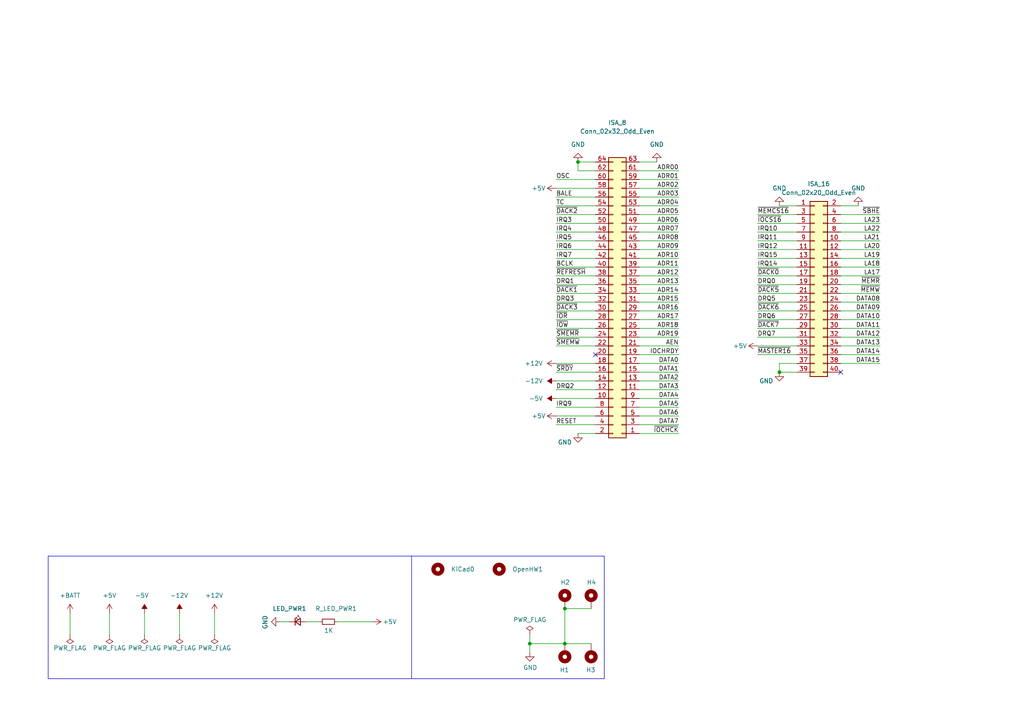
<source format=kicad_sch>
(kicad_sch (version 20230121) (generator eeschema)

  (uuid b26d10c1-0874-459a-80a4-e525262e670c)

  (paper "A4")

  (lib_symbols
    (symbol "Connector_Generic:Conn_02x20_Odd_Even" (pin_names (offset 1.016) hide) (in_bom yes) (on_board yes)
      (property "Reference" "J" (at 1.27 25.4 0)
        (effects (font (size 1.27 1.27)))
      )
      (property "Value" "Conn_02x20_Odd_Even" (at 1.27 -27.94 0)
        (effects (font (size 1.27 1.27)))
      )
      (property "Footprint" "" (at 0 0 0)
        (effects (font (size 1.27 1.27)) hide)
      )
      (property "Datasheet" "~" (at 0 0 0)
        (effects (font (size 1.27 1.27)) hide)
      )
      (property "ki_keywords" "connector" (at 0 0 0)
        (effects (font (size 1.27 1.27)) hide)
      )
      (property "ki_description" "Generic connector, double row, 02x20, odd/even pin numbering scheme (row 1 odd numbers, row 2 even numbers), script generated (kicad-library-utils/schlib/autogen/connector/)" (at 0 0 0)
        (effects (font (size 1.27 1.27)) hide)
      )
      (property "ki_fp_filters" "Connector*:*_2x??_*" (at 0 0 0)
        (effects (font (size 1.27 1.27)) hide)
      )
      (symbol "Conn_02x20_Odd_Even_1_1"
        (rectangle (start -1.27 -25.273) (end 0 -25.527)
          (stroke (width 0.1524) (type default))
          (fill (type none))
        )
        (rectangle (start -1.27 -22.733) (end 0 -22.987)
          (stroke (width 0.1524) (type default))
          (fill (type none))
        )
        (rectangle (start -1.27 -20.193) (end 0 -20.447)
          (stroke (width 0.1524) (type default))
          (fill (type none))
        )
        (rectangle (start -1.27 -17.653) (end 0 -17.907)
          (stroke (width 0.1524) (type default))
          (fill (type none))
        )
        (rectangle (start -1.27 -15.113) (end 0 -15.367)
          (stroke (width 0.1524) (type default))
          (fill (type none))
        )
        (rectangle (start -1.27 -12.573) (end 0 -12.827)
          (stroke (width 0.1524) (type default))
          (fill (type none))
        )
        (rectangle (start -1.27 -10.033) (end 0 -10.287)
          (stroke (width 0.1524) (type default))
          (fill (type none))
        )
        (rectangle (start -1.27 -7.493) (end 0 -7.747)
          (stroke (width 0.1524) (type default))
          (fill (type none))
        )
        (rectangle (start -1.27 -4.953) (end 0 -5.207)
          (stroke (width 0.1524) (type default))
          (fill (type none))
        )
        (rectangle (start -1.27 -2.413) (end 0 -2.667)
          (stroke (width 0.1524) (type default))
          (fill (type none))
        )
        (rectangle (start -1.27 0.127) (end 0 -0.127)
          (stroke (width 0.1524) (type default))
          (fill (type none))
        )
        (rectangle (start -1.27 2.667) (end 0 2.413)
          (stroke (width 0.1524) (type default))
          (fill (type none))
        )
        (rectangle (start -1.27 5.207) (end 0 4.953)
          (stroke (width 0.1524) (type default))
          (fill (type none))
        )
        (rectangle (start -1.27 7.747) (end 0 7.493)
          (stroke (width 0.1524) (type default))
          (fill (type none))
        )
        (rectangle (start -1.27 10.287) (end 0 10.033)
          (stroke (width 0.1524) (type default))
          (fill (type none))
        )
        (rectangle (start -1.27 12.827) (end 0 12.573)
          (stroke (width 0.1524) (type default))
          (fill (type none))
        )
        (rectangle (start -1.27 15.367) (end 0 15.113)
          (stroke (width 0.1524) (type default))
          (fill (type none))
        )
        (rectangle (start -1.27 17.907) (end 0 17.653)
          (stroke (width 0.1524) (type default))
          (fill (type none))
        )
        (rectangle (start -1.27 20.447) (end 0 20.193)
          (stroke (width 0.1524) (type default))
          (fill (type none))
        )
        (rectangle (start -1.27 22.987) (end 0 22.733)
          (stroke (width 0.1524) (type default))
          (fill (type none))
        )
        (rectangle (start -1.27 24.13) (end 3.81 -26.67)
          (stroke (width 0.254) (type default))
          (fill (type background))
        )
        (rectangle (start 3.81 -25.273) (end 2.54 -25.527)
          (stroke (width 0.1524) (type default))
          (fill (type none))
        )
        (rectangle (start 3.81 -22.733) (end 2.54 -22.987)
          (stroke (width 0.1524) (type default))
          (fill (type none))
        )
        (rectangle (start 3.81 -20.193) (end 2.54 -20.447)
          (stroke (width 0.1524) (type default))
          (fill (type none))
        )
        (rectangle (start 3.81 -17.653) (end 2.54 -17.907)
          (stroke (width 0.1524) (type default))
          (fill (type none))
        )
        (rectangle (start 3.81 -15.113) (end 2.54 -15.367)
          (stroke (width 0.1524) (type default))
          (fill (type none))
        )
        (rectangle (start 3.81 -12.573) (end 2.54 -12.827)
          (stroke (width 0.1524) (type default))
          (fill (type none))
        )
        (rectangle (start 3.81 -10.033) (end 2.54 -10.287)
          (stroke (width 0.1524) (type default))
          (fill (type none))
        )
        (rectangle (start 3.81 -7.493) (end 2.54 -7.747)
          (stroke (width 0.1524) (type default))
          (fill (type none))
        )
        (rectangle (start 3.81 -4.953) (end 2.54 -5.207)
          (stroke (width 0.1524) (type default))
          (fill (type none))
        )
        (rectangle (start 3.81 -2.413) (end 2.54 -2.667)
          (stroke (width 0.1524) (type default))
          (fill (type none))
        )
        (rectangle (start 3.81 0.127) (end 2.54 -0.127)
          (stroke (width 0.1524) (type default))
          (fill (type none))
        )
        (rectangle (start 3.81 2.667) (end 2.54 2.413)
          (stroke (width 0.1524) (type default))
          (fill (type none))
        )
        (rectangle (start 3.81 5.207) (end 2.54 4.953)
          (stroke (width 0.1524) (type default))
          (fill (type none))
        )
        (rectangle (start 3.81 7.747) (end 2.54 7.493)
          (stroke (width 0.1524) (type default))
          (fill (type none))
        )
        (rectangle (start 3.81 10.287) (end 2.54 10.033)
          (stroke (width 0.1524) (type default))
          (fill (type none))
        )
        (rectangle (start 3.81 12.827) (end 2.54 12.573)
          (stroke (width 0.1524) (type default))
          (fill (type none))
        )
        (rectangle (start 3.81 15.367) (end 2.54 15.113)
          (stroke (width 0.1524) (type default))
          (fill (type none))
        )
        (rectangle (start 3.81 17.907) (end 2.54 17.653)
          (stroke (width 0.1524) (type default))
          (fill (type none))
        )
        (rectangle (start 3.81 20.447) (end 2.54 20.193)
          (stroke (width 0.1524) (type default))
          (fill (type none))
        )
        (rectangle (start 3.81 22.987) (end 2.54 22.733)
          (stroke (width 0.1524) (type default))
          (fill (type none))
        )
        (pin passive line (at -5.08 22.86 0) (length 3.81)
          (name "Pin_1" (effects (font (size 1.27 1.27))))
          (number "1" (effects (font (size 1.27 1.27))))
        )
        (pin passive line (at 7.62 12.7 180) (length 3.81)
          (name "Pin_10" (effects (font (size 1.27 1.27))))
          (number "10" (effects (font (size 1.27 1.27))))
        )
        (pin passive line (at -5.08 10.16 0) (length 3.81)
          (name "Pin_11" (effects (font (size 1.27 1.27))))
          (number "11" (effects (font (size 1.27 1.27))))
        )
        (pin passive line (at 7.62 10.16 180) (length 3.81)
          (name "Pin_12" (effects (font (size 1.27 1.27))))
          (number "12" (effects (font (size 1.27 1.27))))
        )
        (pin passive line (at -5.08 7.62 0) (length 3.81)
          (name "Pin_13" (effects (font (size 1.27 1.27))))
          (number "13" (effects (font (size 1.27 1.27))))
        )
        (pin passive line (at 7.62 7.62 180) (length 3.81)
          (name "Pin_14" (effects (font (size 1.27 1.27))))
          (number "14" (effects (font (size 1.27 1.27))))
        )
        (pin passive line (at -5.08 5.08 0) (length 3.81)
          (name "Pin_15" (effects (font (size 1.27 1.27))))
          (number "15" (effects (font (size 1.27 1.27))))
        )
        (pin passive line (at 7.62 5.08 180) (length 3.81)
          (name "Pin_16" (effects (font (size 1.27 1.27))))
          (number "16" (effects (font (size 1.27 1.27))))
        )
        (pin passive line (at -5.08 2.54 0) (length 3.81)
          (name "Pin_17" (effects (font (size 1.27 1.27))))
          (number "17" (effects (font (size 1.27 1.27))))
        )
        (pin passive line (at 7.62 2.54 180) (length 3.81)
          (name "Pin_18" (effects (font (size 1.27 1.27))))
          (number "18" (effects (font (size 1.27 1.27))))
        )
        (pin passive line (at -5.08 0 0) (length 3.81)
          (name "Pin_19" (effects (font (size 1.27 1.27))))
          (number "19" (effects (font (size 1.27 1.27))))
        )
        (pin passive line (at 7.62 22.86 180) (length 3.81)
          (name "Pin_2" (effects (font (size 1.27 1.27))))
          (number "2" (effects (font (size 1.27 1.27))))
        )
        (pin passive line (at 7.62 0 180) (length 3.81)
          (name "Pin_20" (effects (font (size 1.27 1.27))))
          (number "20" (effects (font (size 1.27 1.27))))
        )
        (pin passive line (at -5.08 -2.54 0) (length 3.81)
          (name "Pin_21" (effects (font (size 1.27 1.27))))
          (number "21" (effects (font (size 1.27 1.27))))
        )
        (pin passive line (at 7.62 -2.54 180) (length 3.81)
          (name "Pin_22" (effects (font (size 1.27 1.27))))
          (number "22" (effects (font (size 1.27 1.27))))
        )
        (pin passive line (at -5.08 -5.08 0) (length 3.81)
          (name "Pin_23" (effects (font (size 1.27 1.27))))
          (number "23" (effects (font (size 1.27 1.27))))
        )
        (pin passive line (at 7.62 -5.08 180) (length 3.81)
          (name "Pin_24" (effects (font (size 1.27 1.27))))
          (number "24" (effects (font (size 1.27 1.27))))
        )
        (pin passive line (at -5.08 -7.62 0) (length 3.81)
          (name "Pin_25" (effects (font (size 1.27 1.27))))
          (number "25" (effects (font (size 1.27 1.27))))
        )
        (pin passive line (at 7.62 -7.62 180) (length 3.81)
          (name "Pin_26" (effects (font (size 1.27 1.27))))
          (number "26" (effects (font (size 1.27 1.27))))
        )
        (pin passive line (at -5.08 -10.16 0) (length 3.81)
          (name "Pin_27" (effects (font (size 1.27 1.27))))
          (number "27" (effects (font (size 1.27 1.27))))
        )
        (pin passive line (at 7.62 -10.16 180) (length 3.81)
          (name "Pin_28" (effects (font (size 1.27 1.27))))
          (number "28" (effects (font (size 1.27 1.27))))
        )
        (pin passive line (at -5.08 -12.7 0) (length 3.81)
          (name "Pin_29" (effects (font (size 1.27 1.27))))
          (number "29" (effects (font (size 1.27 1.27))))
        )
        (pin passive line (at -5.08 20.32 0) (length 3.81)
          (name "Pin_3" (effects (font (size 1.27 1.27))))
          (number "3" (effects (font (size 1.27 1.27))))
        )
        (pin passive line (at 7.62 -12.7 180) (length 3.81)
          (name "Pin_30" (effects (font (size 1.27 1.27))))
          (number "30" (effects (font (size 1.27 1.27))))
        )
        (pin passive line (at -5.08 -15.24 0) (length 3.81)
          (name "Pin_31" (effects (font (size 1.27 1.27))))
          (number "31" (effects (font (size 1.27 1.27))))
        )
        (pin passive line (at 7.62 -15.24 180) (length 3.81)
          (name "Pin_32" (effects (font (size 1.27 1.27))))
          (number "32" (effects (font (size 1.27 1.27))))
        )
        (pin passive line (at -5.08 -17.78 0) (length 3.81)
          (name "Pin_33" (effects (font (size 1.27 1.27))))
          (number "33" (effects (font (size 1.27 1.27))))
        )
        (pin passive line (at 7.62 -17.78 180) (length 3.81)
          (name "Pin_34" (effects (font (size 1.27 1.27))))
          (number "34" (effects (font (size 1.27 1.27))))
        )
        (pin passive line (at -5.08 -20.32 0) (length 3.81)
          (name "Pin_35" (effects (font (size 1.27 1.27))))
          (number "35" (effects (font (size 1.27 1.27))))
        )
        (pin passive line (at 7.62 -20.32 180) (length 3.81)
          (name "Pin_36" (effects (font (size 1.27 1.27))))
          (number "36" (effects (font (size 1.27 1.27))))
        )
        (pin passive line (at -5.08 -22.86 0) (length 3.81)
          (name "Pin_37" (effects (font (size 1.27 1.27))))
          (number "37" (effects (font (size 1.27 1.27))))
        )
        (pin passive line (at 7.62 -22.86 180) (length 3.81)
          (name "Pin_38" (effects (font (size 1.27 1.27))))
          (number "38" (effects (font (size 1.27 1.27))))
        )
        (pin passive line (at -5.08 -25.4 0) (length 3.81)
          (name "Pin_39" (effects (font (size 1.27 1.27))))
          (number "39" (effects (font (size 1.27 1.27))))
        )
        (pin passive line (at 7.62 20.32 180) (length 3.81)
          (name "Pin_4" (effects (font (size 1.27 1.27))))
          (number "4" (effects (font (size 1.27 1.27))))
        )
        (pin passive line (at 7.62 -25.4 180) (length 3.81)
          (name "Pin_40" (effects (font (size 1.27 1.27))))
          (number "40" (effects (font (size 1.27 1.27))))
        )
        (pin passive line (at -5.08 17.78 0) (length 3.81)
          (name "Pin_5" (effects (font (size 1.27 1.27))))
          (number "5" (effects (font (size 1.27 1.27))))
        )
        (pin passive line (at 7.62 17.78 180) (length 3.81)
          (name "Pin_6" (effects (font (size 1.27 1.27))))
          (number "6" (effects (font (size 1.27 1.27))))
        )
        (pin passive line (at -5.08 15.24 0) (length 3.81)
          (name "Pin_7" (effects (font (size 1.27 1.27))))
          (number "7" (effects (font (size 1.27 1.27))))
        )
        (pin passive line (at 7.62 15.24 180) (length 3.81)
          (name "Pin_8" (effects (font (size 1.27 1.27))))
          (number "8" (effects (font (size 1.27 1.27))))
        )
        (pin passive line (at -5.08 12.7 0) (length 3.81)
          (name "Pin_9" (effects (font (size 1.27 1.27))))
          (number "9" (effects (font (size 1.27 1.27))))
        )
      )
    )
    (symbol "Connector_Generic:Conn_02x32_Odd_Even" (pin_names (offset 1.016) hide) (in_bom yes) (on_board yes)
      (property "Reference" "J" (at 1.27 40.64 0)
        (effects (font (size 1.27 1.27)))
      )
      (property "Value" "Conn_02x32_Odd_Even" (at 1.27 -43.18 0)
        (effects (font (size 1.27 1.27)))
      )
      (property "Footprint" "" (at 0 0 0)
        (effects (font (size 1.27 1.27)) hide)
      )
      (property "Datasheet" "~" (at 0 0 0)
        (effects (font (size 1.27 1.27)) hide)
      )
      (property "ki_keywords" "connector" (at 0 0 0)
        (effects (font (size 1.27 1.27)) hide)
      )
      (property "ki_description" "Generic connector, double row, 02x32, odd/even pin numbering scheme (row 1 odd numbers, row 2 even numbers), script generated (kicad-library-utils/schlib/autogen/connector/)" (at 0 0 0)
        (effects (font (size 1.27 1.27)) hide)
      )
      (property "ki_fp_filters" "Connector*:*_2x??_*" (at 0 0 0)
        (effects (font (size 1.27 1.27)) hide)
      )
      (symbol "Conn_02x32_Odd_Even_1_1"
        (rectangle (start -1.27 -40.513) (end 0 -40.767)
          (stroke (width 0.1524) (type default))
          (fill (type none))
        )
        (rectangle (start -1.27 -37.973) (end 0 -38.227)
          (stroke (width 0.1524) (type default))
          (fill (type none))
        )
        (rectangle (start -1.27 -35.433) (end 0 -35.687)
          (stroke (width 0.1524) (type default))
          (fill (type none))
        )
        (rectangle (start -1.27 -32.893) (end 0 -33.147)
          (stroke (width 0.1524) (type default))
          (fill (type none))
        )
        (rectangle (start -1.27 -30.353) (end 0 -30.607)
          (stroke (width 0.1524) (type default))
          (fill (type none))
        )
        (rectangle (start -1.27 -27.813) (end 0 -28.067)
          (stroke (width 0.1524) (type default))
          (fill (type none))
        )
        (rectangle (start -1.27 -25.273) (end 0 -25.527)
          (stroke (width 0.1524) (type default))
          (fill (type none))
        )
        (rectangle (start -1.27 -22.733) (end 0 -22.987)
          (stroke (width 0.1524) (type default))
          (fill (type none))
        )
        (rectangle (start -1.27 -20.193) (end 0 -20.447)
          (stroke (width 0.1524) (type default))
          (fill (type none))
        )
        (rectangle (start -1.27 -17.653) (end 0 -17.907)
          (stroke (width 0.1524) (type default))
          (fill (type none))
        )
        (rectangle (start -1.27 -15.113) (end 0 -15.367)
          (stroke (width 0.1524) (type default))
          (fill (type none))
        )
        (rectangle (start -1.27 -12.573) (end 0 -12.827)
          (stroke (width 0.1524) (type default))
          (fill (type none))
        )
        (rectangle (start -1.27 -10.033) (end 0 -10.287)
          (stroke (width 0.1524) (type default))
          (fill (type none))
        )
        (rectangle (start -1.27 -7.493) (end 0 -7.747)
          (stroke (width 0.1524) (type default))
          (fill (type none))
        )
        (rectangle (start -1.27 -4.953) (end 0 -5.207)
          (stroke (width 0.1524) (type default))
          (fill (type none))
        )
        (rectangle (start -1.27 -2.413) (end 0 -2.667)
          (stroke (width 0.1524) (type default))
          (fill (type none))
        )
        (rectangle (start -1.27 0.127) (end 0 -0.127)
          (stroke (width 0.1524) (type default))
          (fill (type none))
        )
        (rectangle (start -1.27 2.667) (end 0 2.413)
          (stroke (width 0.1524) (type default))
          (fill (type none))
        )
        (rectangle (start -1.27 5.207) (end 0 4.953)
          (stroke (width 0.1524) (type default))
          (fill (type none))
        )
        (rectangle (start -1.27 7.747) (end 0 7.493)
          (stroke (width 0.1524) (type default))
          (fill (type none))
        )
        (rectangle (start -1.27 10.287) (end 0 10.033)
          (stroke (width 0.1524) (type default))
          (fill (type none))
        )
        (rectangle (start -1.27 12.827) (end 0 12.573)
          (stroke (width 0.1524) (type default))
          (fill (type none))
        )
        (rectangle (start -1.27 15.367) (end 0 15.113)
          (stroke (width 0.1524) (type default))
          (fill (type none))
        )
        (rectangle (start -1.27 17.907) (end 0 17.653)
          (stroke (width 0.1524) (type default))
          (fill (type none))
        )
        (rectangle (start -1.27 20.447) (end 0 20.193)
          (stroke (width 0.1524) (type default))
          (fill (type none))
        )
        (rectangle (start -1.27 22.987) (end 0 22.733)
          (stroke (width 0.1524) (type default))
          (fill (type none))
        )
        (rectangle (start -1.27 25.527) (end 0 25.273)
          (stroke (width 0.1524) (type default))
          (fill (type none))
        )
        (rectangle (start -1.27 28.067) (end 0 27.813)
          (stroke (width 0.1524) (type default))
          (fill (type none))
        )
        (rectangle (start -1.27 30.607) (end 0 30.353)
          (stroke (width 0.1524) (type default))
          (fill (type none))
        )
        (rectangle (start -1.27 33.147) (end 0 32.893)
          (stroke (width 0.1524) (type default))
          (fill (type none))
        )
        (rectangle (start -1.27 35.687) (end 0 35.433)
          (stroke (width 0.1524) (type default))
          (fill (type none))
        )
        (rectangle (start -1.27 38.227) (end 0 37.973)
          (stroke (width 0.1524) (type default))
          (fill (type none))
        )
        (rectangle (start -1.27 39.37) (end 3.81 -41.91)
          (stroke (width 0.254) (type default))
          (fill (type background))
        )
        (rectangle (start 3.81 -40.513) (end 2.54 -40.767)
          (stroke (width 0.1524) (type default))
          (fill (type none))
        )
        (rectangle (start 3.81 -37.973) (end 2.54 -38.227)
          (stroke (width 0.1524) (type default))
          (fill (type none))
        )
        (rectangle (start 3.81 -35.433) (end 2.54 -35.687)
          (stroke (width 0.1524) (type default))
          (fill (type none))
        )
        (rectangle (start 3.81 -32.893) (end 2.54 -33.147)
          (stroke (width 0.1524) (type default))
          (fill (type none))
        )
        (rectangle (start 3.81 -30.353) (end 2.54 -30.607)
          (stroke (width 0.1524) (type default))
          (fill (type none))
        )
        (rectangle (start 3.81 -27.813) (end 2.54 -28.067)
          (stroke (width 0.1524) (type default))
          (fill (type none))
        )
        (rectangle (start 3.81 -25.273) (end 2.54 -25.527)
          (stroke (width 0.1524) (type default))
          (fill (type none))
        )
        (rectangle (start 3.81 -22.733) (end 2.54 -22.987)
          (stroke (width 0.1524) (type default))
          (fill (type none))
        )
        (rectangle (start 3.81 -20.193) (end 2.54 -20.447)
          (stroke (width 0.1524) (type default))
          (fill (type none))
        )
        (rectangle (start 3.81 -17.653) (end 2.54 -17.907)
          (stroke (width 0.1524) (type default))
          (fill (type none))
        )
        (rectangle (start 3.81 -15.113) (end 2.54 -15.367)
          (stroke (width 0.1524) (type default))
          (fill (type none))
        )
        (rectangle (start 3.81 -12.573) (end 2.54 -12.827)
          (stroke (width 0.1524) (type default))
          (fill (type none))
        )
        (rectangle (start 3.81 -10.033) (end 2.54 -10.287)
          (stroke (width 0.1524) (type default))
          (fill (type none))
        )
        (rectangle (start 3.81 -7.493) (end 2.54 -7.747)
          (stroke (width 0.1524) (type default))
          (fill (type none))
        )
        (rectangle (start 3.81 -4.953) (end 2.54 -5.207)
          (stroke (width 0.1524) (type default))
          (fill (type none))
        )
        (rectangle (start 3.81 -2.413) (end 2.54 -2.667)
          (stroke (width 0.1524) (type default))
          (fill (type none))
        )
        (rectangle (start 3.81 0.127) (end 2.54 -0.127)
          (stroke (width 0.1524) (type default))
          (fill (type none))
        )
        (rectangle (start 3.81 2.667) (end 2.54 2.413)
          (stroke (width 0.1524) (type default))
          (fill (type none))
        )
        (rectangle (start 3.81 5.207) (end 2.54 4.953)
          (stroke (width 0.1524) (type default))
          (fill (type none))
        )
        (rectangle (start 3.81 7.747) (end 2.54 7.493)
          (stroke (width 0.1524) (type default))
          (fill (type none))
        )
        (rectangle (start 3.81 10.287) (end 2.54 10.033)
          (stroke (width 0.1524) (type default))
          (fill (type none))
        )
        (rectangle (start 3.81 12.827) (end 2.54 12.573)
          (stroke (width 0.1524) (type default))
          (fill (type none))
        )
        (rectangle (start 3.81 15.367) (end 2.54 15.113)
          (stroke (width 0.1524) (type default))
          (fill (type none))
        )
        (rectangle (start 3.81 17.907) (end 2.54 17.653)
          (stroke (width 0.1524) (type default))
          (fill (type none))
        )
        (rectangle (start 3.81 20.447) (end 2.54 20.193)
          (stroke (width 0.1524) (type default))
          (fill (type none))
        )
        (rectangle (start 3.81 22.987) (end 2.54 22.733)
          (stroke (width 0.1524) (type default))
          (fill (type none))
        )
        (rectangle (start 3.81 25.527) (end 2.54 25.273)
          (stroke (width 0.1524) (type default))
          (fill (type none))
        )
        (rectangle (start 3.81 28.067) (end 2.54 27.813)
          (stroke (width 0.1524) (type default))
          (fill (type none))
        )
        (rectangle (start 3.81 30.607) (end 2.54 30.353)
          (stroke (width 0.1524) (type default))
          (fill (type none))
        )
        (rectangle (start 3.81 33.147) (end 2.54 32.893)
          (stroke (width 0.1524) (type default))
          (fill (type none))
        )
        (rectangle (start 3.81 35.687) (end 2.54 35.433)
          (stroke (width 0.1524) (type default))
          (fill (type none))
        )
        (rectangle (start 3.81 38.227) (end 2.54 37.973)
          (stroke (width 0.1524) (type default))
          (fill (type none))
        )
        (pin passive line (at -5.08 38.1 0) (length 3.81)
          (name "Pin_1" (effects (font (size 1.27 1.27))))
          (number "1" (effects (font (size 1.27 1.27))))
        )
        (pin passive line (at 7.62 27.94 180) (length 3.81)
          (name "Pin_10" (effects (font (size 1.27 1.27))))
          (number "10" (effects (font (size 1.27 1.27))))
        )
        (pin passive line (at -5.08 25.4 0) (length 3.81)
          (name "Pin_11" (effects (font (size 1.27 1.27))))
          (number "11" (effects (font (size 1.27 1.27))))
        )
        (pin passive line (at 7.62 25.4 180) (length 3.81)
          (name "Pin_12" (effects (font (size 1.27 1.27))))
          (number "12" (effects (font (size 1.27 1.27))))
        )
        (pin passive line (at -5.08 22.86 0) (length 3.81)
          (name "Pin_13" (effects (font (size 1.27 1.27))))
          (number "13" (effects (font (size 1.27 1.27))))
        )
        (pin passive line (at 7.62 22.86 180) (length 3.81)
          (name "Pin_14" (effects (font (size 1.27 1.27))))
          (number "14" (effects (font (size 1.27 1.27))))
        )
        (pin passive line (at -5.08 20.32 0) (length 3.81)
          (name "Pin_15" (effects (font (size 1.27 1.27))))
          (number "15" (effects (font (size 1.27 1.27))))
        )
        (pin passive line (at 7.62 20.32 180) (length 3.81)
          (name "Pin_16" (effects (font (size 1.27 1.27))))
          (number "16" (effects (font (size 1.27 1.27))))
        )
        (pin passive line (at -5.08 17.78 0) (length 3.81)
          (name "Pin_17" (effects (font (size 1.27 1.27))))
          (number "17" (effects (font (size 1.27 1.27))))
        )
        (pin passive line (at 7.62 17.78 180) (length 3.81)
          (name "Pin_18" (effects (font (size 1.27 1.27))))
          (number "18" (effects (font (size 1.27 1.27))))
        )
        (pin passive line (at -5.08 15.24 0) (length 3.81)
          (name "Pin_19" (effects (font (size 1.27 1.27))))
          (number "19" (effects (font (size 1.27 1.27))))
        )
        (pin passive line (at 7.62 38.1 180) (length 3.81)
          (name "Pin_2" (effects (font (size 1.27 1.27))))
          (number "2" (effects (font (size 1.27 1.27))))
        )
        (pin passive line (at 7.62 15.24 180) (length 3.81)
          (name "Pin_20" (effects (font (size 1.27 1.27))))
          (number "20" (effects (font (size 1.27 1.27))))
        )
        (pin passive line (at -5.08 12.7 0) (length 3.81)
          (name "Pin_21" (effects (font (size 1.27 1.27))))
          (number "21" (effects (font (size 1.27 1.27))))
        )
        (pin passive line (at 7.62 12.7 180) (length 3.81)
          (name "Pin_22" (effects (font (size 1.27 1.27))))
          (number "22" (effects (font (size 1.27 1.27))))
        )
        (pin passive line (at -5.08 10.16 0) (length 3.81)
          (name "Pin_23" (effects (font (size 1.27 1.27))))
          (number "23" (effects (font (size 1.27 1.27))))
        )
        (pin passive line (at 7.62 10.16 180) (length 3.81)
          (name "Pin_24" (effects (font (size 1.27 1.27))))
          (number "24" (effects (font (size 1.27 1.27))))
        )
        (pin passive line (at -5.08 7.62 0) (length 3.81)
          (name "Pin_25" (effects (font (size 1.27 1.27))))
          (number "25" (effects (font (size 1.27 1.27))))
        )
        (pin passive line (at 7.62 7.62 180) (length 3.81)
          (name "Pin_26" (effects (font (size 1.27 1.27))))
          (number "26" (effects (font (size 1.27 1.27))))
        )
        (pin passive line (at -5.08 5.08 0) (length 3.81)
          (name "Pin_27" (effects (font (size 1.27 1.27))))
          (number "27" (effects (font (size 1.27 1.27))))
        )
        (pin passive line (at 7.62 5.08 180) (length 3.81)
          (name "Pin_28" (effects (font (size 1.27 1.27))))
          (number "28" (effects (font (size 1.27 1.27))))
        )
        (pin passive line (at -5.08 2.54 0) (length 3.81)
          (name "Pin_29" (effects (font (size 1.27 1.27))))
          (number "29" (effects (font (size 1.27 1.27))))
        )
        (pin passive line (at -5.08 35.56 0) (length 3.81)
          (name "Pin_3" (effects (font (size 1.27 1.27))))
          (number "3" (effects (font (size 1.27 1.27))))
        )
        (pin passive line (at 7.62 2.54 180) (length 3.81)
          (name "Pin_30" (effects (font (size 1.27 1.27))))
          (number "30" (effects (font (size 1.27 1.27))))
        )
        (pin passive line (at -5.08 0 0) (length 3.81)
          (name "Pin_31" (effects (font (size 1.27 1.27))))
          (number "31" (effects (font (size 1.27 1.27))))
        )
        (pin passive line (at 7.62 0 180) (length 3.81)
          (name "Pin_32" (effects (font (size 1.27 1.27))))
          (number "32" (effects (font (size 1.27 1.27))))
        )
        (pin passive line (at -5.08 -2.54 0) (length 3.81)
          (name "Pin_33" (effects (font (size 1.27 1.27))))
          (number "33" (effects (font (size 1.27 1.27))))
        )
        (pin passive line (at 7.62 -2.54 180) (length 3.81)
          (name "Pin_34" (effects (font (size 1.27 1.27))))
          (number "34" (effects (font (size 1.27 1.27))))
        )
        (pin passive line (at -5.08 -5.08 0) (length 3.81)
          (name "Pin_35" (effects (font (size 1.27 1.27))))
          (number "35" (effects (font (size 1.27 1.27))))
        )
        (pin passive line (at 7.62 -5.08 180) (length 3.81)
          (name "Pin_36" (effects (font (size 1.27 1.27))))
          (number "36" (effects (font (size 1.27 1.27))))
        )
        (pin passive line (at -5.08 -7.62 0) (length 3.81)
          (name "Pin_37" (effects (font (size 1.27 1.27))))
          (number "37" (effects (font (size 1.27 1.27))))
        )
        (pin passive line (at 7.62 -7.62 180) (length 3.81)
          (name "Pin_38" (effects (font (size 1.27 1.27))))
          (number "38" (effects (font (size 1.27 1.27))))
        )
        (pin passive line (at -5.08 -10.16 0) (length 3.81)
          (name "Pin_39" (effects (font (size 1.27 1.27))))
          (number "39" (effects (font (size 1.27 1.27))))
        )
        (pin passive line (at 7.62 35.56 180) (length 3.81)
          (name "Pin_4" (effects (font (size 1.27 1.27))))
          (number "4" (effects (font (size 1.27 1.27))))
        )
        (pin passive line (at 7.62 -10.16 180) (length 3.81)
          (name "Pin_40" (effects (font (size 1.27 1.27))))
          (number "40" (effects (font (size 1.27 1.27))))
        )
        (pin passive line (at -5.08 -12.7 0) (length 3.81)
          (name "Pin_41" (effects (font (size 1.27 1.27))))
          (number "41" (effects (font (size 1.27 1.27))))
        )
        (pin passive line (at 7.62 -12.7 180) (length 3.81)
          (name "Pin_42" (effects (font (size 1.27 1.27))))
          (number "42" (effects (font (size 1.27 1.27))))
        )
        (pin passive line (at -5.08 -15.24 0) (length 3.81)
          (name "Pin_43" (effects (font (size 1.27 1.27))))
          (number "43" (effects (font (size 1.27 1.27))))
        )
        (pin passive line (at 7.62 -15.24 180) (length 3.81)
          (name "Pin_44" (effects (font (size 1.27 1.27))))
          (number "44" (effects (font (size 1.27 1.27))))
        )
        (pin passive line (at -5.08 -17.78 0) (length 3.81)
          (name "Pin_45" (effects (font (size 1.27 1.27))))
          (number "45" (effects (font (size 1.27 1.27))))
        )
        (pin passive line (at 7.62 -17.78 180) (length 3.81)
          (name "Pin_46" (effects (font (size 1.27 1.27))))
          (number "46" (effects (font (size 1.27 1.27))))
        )
        (pin passive line (at -5.08 -20.32 0) (length 3.81)
          (name "Pin_47" (effects (font (size 1.27 1.27))))
          (number "47" (effects (font (size 1.27 1.27))))
        )
        (pin passive line (at 7.62 -20.32 180) (length 3.81)
          (name "Pin_48" (effects (font (size 1.27 1.27))))
          (number "48" (effects (font (size 1.27 1.27))))
        )
        (pin passive line (at -5.08 -22.86 0) (length 3.81)
          (name "Pin_49" (effects (font (size 1.27 1.27))))
          (number "49" (effects (font (size 1.27 1.27))))
        )
        (pin passive line (at -5.08 33.02 0) (length 3.81)
          (name "Pin_5" (effects (font (size 1.27 1.27))))
          (number "5" (effects (font (size 1.27 1.27))))
        )
        (pin passive line (at 7.62 -22.86 180) (length 3.81)
          (name "Pin_50" (effects (font (size 1.27 1.27))))
          (number "50" (effects (font (size 1.27 1.27))))
        )
        (pin passive line (at -5.08 -25.4 0) (length 3.81)
          (name "Pin_51" (effects (font (size 1.27 1.27))))
          (number "51" (effects (font (size 1.27 1.27))))
        )
        (pin passive line (at 7.62 -25.4 180) (length 3.81)
          (name "Pin_52" (effects (font (size 1.27 1.27))))
          (number "52" (effects (font (size 1.27 1.27))))
        )
        (pin passive line (at -5.08 -27.94 0) (length 3.81)
          (name "Pin_53" (effects (font (size 1.27 1.27))))
          (number "53" (effects (font (size 1.27 1.27))))
        )
        (pin passive line (at 7.62 -27.94 180) (length 3.81)
          (name "Pin_54" (effects (font (size 1.27 1.27))))
          (number "54" (effects (font (size 1.27 1.27))))
        )
        (pin passive line (at -5.08 -30.48 0) (length 3.81)
          (name "Pin_55" (effects (font (size 1.27 1.27))))
          (number "55" (effects (font (size 1.27 1.27))))
        )
        (pin passive line (at 7.62 -30.48 180) (length 3.81)
          (name "Pin_56" (effects (font (size 1.27 1.27))))
          (number "56" (effects (font (size 1.27 1.27))))
        )
        (pin passive line (at -5.08 -33.02 0) (length 3.81)
          (name "Pin_57" (effects (font (size 1.27 1.27))))
          (number "57" (effects (font (size 1.27 1.27))))
        )
        (pin passive line (at 7.62 -33.02 180) (length 3.81)
          (name "Pin_58" (effects (font (size 1.27 1.27))))
          (number "58" (effects (font (size 1.27 1.27))))
        )
        (pin passive line (at -5.08 -35.56 0) (length 3.81)
          (name "Pin_59" (effects (font (size 1.27 1.27))))
          (number "59" (effects (font (size 1.27 1.27))))
        )
        (pin passive line (at 7.62 33.02 180) (length 3.81)
          (name "Pin_6" (effects (font (size 1.27 1.27))))
          (number "6" (effects (font (size 1.27 1.27))))
        )
        (pin passive line (at 7.62 -35.56 180) (length 3.81)
          (name "Pin_60" (effects (font (size 1.27 1.27))))
          (number "60" (effects (font (size 1.27 1.27))))
        )
        (pin passive line (at -5.08 -38.1 0) (length 3.81)
          (name "Pin_61" (effects (font (size 1.27 1.27))))
          (number "61" (effects (font (size 1.27 1.27))))
        )
        (pin passive line (at 7.62 -38.1 180) (length 3.81)
          (name "Pin_62" (effects (font (size 1.27 1.27))))
          (number "62" (effects (font (size 1.27 1.27))))
        )
        (pin passive line (at -5.08 -40.64 0) (length 3.81)
          (name "Pin_63" (effects (font (size 1.27 1.27))))
          (number "63" (effects (font (size 1.27 1.27))))
        )
        (pin passive line (at 7.62 -40.64 180) (length 3.81)
          (name "Pin_64" (effects (font (size 1.27 1.27))))
          (number "64" (effects (font (size 1.27 1.27))))
        )
        (pin passive line (at -5.08 30.48 0) (length 3.81)
          (name "Pin_7" (effects (font (size 1.27 1.27))))
          (number "7" (effects (font (size 1.27 1.27))))
        )
        (pin passive line (at 7.62 30.48 180) (length 3.81)
          (name "Pin_8" (effects (font (size 1.27 1.27))))
          (number "8" (effects (font (size 1.27 1.27))))
        )
        (pin passive line (at -5.08 27.94 0) (length 3.81)
          (name "Pin_9" (effects (font (size 1.27 1.27))))
          (number "9" (effects (font (size 1.27 1.27))))
        )
      )
    )
    (symbol "Device:LED_Small" (pin_numbers hide) (pin_names (offset 0.254) hide) (in_bom yes) (on_board yes)
      (property "Reference" "D" (at -1.27 3.175 0)
        (effects (font (size 1.27 1.27)) (justify left))
      )
      (property "Value" "LED_Small" (at -4.445 -2.54 0)
        (effects (font (size 1.27 1.27)) (justify left))
      )
      (property "Footprint" "" (at 0 0 90)
        (effects (font (size 1.27 1.27)) hide)
      )
      (property "Datasheet" "~" (at 0 0 90)
        (effects (font (size 1.27 1.27)) hide)
      )
      (property "ki_keywords" "LED diode light-emitting-diode" (at 0 0 0)
        (effects (font (size 1.27 1.27)) hide)
      )
      (property "ki_description" "Light emitting diode, small symbol" (at 0 0 0)
        (effects (font (size 1.27 1.27)) hide)
      )
      (property "ki_fp_filters" "LED* LED_SMD:* LED_THT:*" (at 0 0 0)
        (effects (font (size 1.27 1.27)) hide)
      )
      (symbol "LED_Small_0_1"
        (polyline
          (pts
            (xy -0.762 -1.016)
            (xy -0.762 1.016)
          )
          (stroke (width 0.254) (type default))
          (fill (type none))
        )
        (polyline
          (pts
            (xy 1.016 0)
            (xy -0.762 0)
          )
          (stroke (width 0) (type default))
          (fill (type none))
        )
        (polyline
          (pts
            (xy 0.762 -1.016)
            (xy -0.762 0)
            (xy 0.762 1.016)
            (xy 0.762 -1.016)
          )
          (stroke (width 0.254) (type default))
          (fill (type none))
        )
        (polyline
          (pts
            (xy 0 0.762)
            (xy -0.508 1.27)
            (xy -0.254 1.27)
            (xy -0.508 1.27)
            (xy -0.508 1.016)
          )
          (stroke (width 0) (type default))
          (fill (type none))
        )
        (polyline
          (pts
            (xy 0.508 1.27)
            (xy 0 1.778)
            (xy 0.254 1.778)
            (xy 0 1.778)
            (xy 0 1.524)
          )
          (stroke (width 0) (type default))
          (fill (type none))
        )
      )
      (symbol "LED_Small_1_1"
        (pin passive line (at -2.54 0 0) (length 1.778)
          (name "K" (effects (font (size 1.27 1.27))))
          (number "1" (effects (font (size 1.27 1.27))))
        )
        (pin passive line (at 2.54 0 180) (length 1.778)
          (name "A" (effects (font (size 1.27 1.27))))
          (number "2" (effects (font (size 1.27 1.27))))
        )
      )
    )
    (symbol "Device:R_Small" (pin_numbers hide) (pin_names (offset 0.254) hide) (in_bom yes) (on_board yes)
      (property "Reference" "R" (at 0.762 0.508 0)
        (effects (font (size 1.27 1.27)) (justify left))
      )
      (property "Value" "R_Small" (at 0.762 -1.016 0)
        (effects (font (size 1.27 1.27)) (justify left))
      )
      (property "Footprint" "" (at 0 0 0)
        (effects (font (size 1.27 1.27)) hide)
      )
      (property "Datasheet" "~" (at 0 0 0)
        (effects (font (size 1.27 1.27)) hide)
      )
      (property "ki_keywords" "R resistor" (at 0 0 0)
        (effects (font (size 1.27 1.27)) hide)
      )
      (property "ki_description" "Resistor, small symbol" (at 0 0 0)
        (effects (font (size 1.27 1.27)) hide)
      )
      (property "ki_fp_filters" "R_*" (at 0 0 0)
        (effects (font (size 1.27 1.27)) hide)
      )
      (symbol "R_Small_0_1"
        (rectangle (start -0.762 1.778) (end 0.762 -1.778)
          (stroke (width 0.2032) (type default))
          (fill (type none))
        )
      )
      (symbol "R_Small_1_1"
        (pin passive line (at 0 2.54 270) (length 0.762)
          (name "~" (effects (font (size 1.27 1.27))))
          (number "1" (effects (font (size 1.27 1.27))))
        )
        (pin passive line (at 0 -2.54 90) (length 0.762)
          (name "~" (effects (font (size 1.27 1.27))))
          (number "2" (effects (font (size 1.27 1.27))))
        )
      )
    )
    (symbol "Mechanical:MountingHole" (pin_names (offset 1.016)) (in_bom yes) (on_board yes)
      (property "Reference" "H" (at 0 5.08 0)
        (effects (font (size 1.27 1.27)))
      )
      (property "Value" "MountingHole" (at 0 3.175 0)
        (effects (font (size 1.27 1.27)))
      )
      (property "Footprint" "" (at 0 0 0)
        (effects (font (size 1.27 1.27)) hide)
      )
      (property "Datasheet" "~" (at 0 0 0)
        (effects (font (size 1.27 1.27)) hide)
      )
      (property "ki_keywords" "mounting hole" (at 0 0 0)
        (effects (font (size 1.27 1.27)) hide)
      )
      (property "ki_description" "Mounting Hole without connection" (at 0 0 0)
        (effects (font (size 1.27 1.27)) hide)
      )
      (property "ki_fp_filters" "MountingHole*" (at 0 0 0)
        (effects (font (size 1.27 1.27)) hide)
      )
      (symbol "MountingHole_0_1"
        (circle (center 0 0) (radius 1.27)
          (stroke (width 1.27) (type default))
          (fill (type none))
        )
      )
    )
    (symbol "Mechanical:MountingHole_Pad" (pin_numbers hide) (pin_names (offset 1.016) hide) (in_bom yes) (on_board yes)
      (property "Reference" "H" (at 0 6.35 0)
        (effects (font (size 1.27 1.27)))
      )
      (property "Value" "MountingHole_Pad" (at 0 4.445 0)
        (effects (font (size 1.27 1.27)))
      )
      (property "Footprint" "" (at 0 0 0)
        (effects (font (size 1.27 1.27)) hide)
      )
      (property "Datasheet" "~" (at 0 0 0)
        (effects (font (size 1.27 1.27)) hide)
      )
      (property "ki_keywords" "mounting hole" (at 0 0 0)
        (effects (font (size 1.27 1.27)) hide)
      )
      (property "ki_description" "Mounting Hole with connection" (at 0 0 0)
        (effects (font (size 1.27 1.27)) hide)
      )
      (property "ki_fp_filters" "MountingHole*Pad*" (at 0 0 0)
        (effects (font (size 1.27 1.27)) hide)
      )
      (symbol "MountingHole_Pad_0_1"
        (circle (center 0 1.27) (radius 1.27)
          (stroke (width 1.27) (type default))
          (fill (type none))
        )
      )
      (symbol "MountingHole_Pad_1_1"
        (pin input line (at 0 -2.54 90) (length 2.54)
          (name "1" (effects (font (size 1.27 1.27))))
          (number "1" (effects (font (size 1.27 1.27))))
        )
      )
    )
    (symbol "power:+12V" (power) (pin_names (offset 0)) (in_bom yes) (on_board yes)
      (property "Reference" "#PWR" (at 0 -3.81 0)
        (effects (font (size 1.27 1.27)) hide)
      )
      (property "Value" "+12V" (at 0 3.556 0)
        (effects (font (size 1.27 1.27)))
      )
      (property "Footprint" "" (at 0 0 0)
        (effects (font (size 1.27 1.27)) hide)
      )
      (property "Datasheet" "" (at 0 0 0)
        (effects (font (size 1.27 1.27)) hide)
      )
      (property "ki_keywords" "power-flag" (at 0 0 0)
        (effects (font (size 1.27 1.27)) hide)
      )
      (property "ki_description" "Power symbol creates a global label with name \"+12V\"" (at 0 0 0)
        (effects (font (size 1.27 1.27)) hide)
      )
      (symbol "+12V_0_1"
        (polyline
          (pts
            (xy -0.762 1.27)
            (xy 0 2.54)
          )
          (stroke (width 0) (type default))
          (fill (type none))
        )
        (polyline
          (pts
            (xy 0 0)
            (xy 0 2.54)
          )
          (stroke (width 0) (type default))
          (fill (type none))
        )
        (polyline
          (pts
            (xy 0 2.54)
            (xy 0.762 1.27)
          )
          (stroke (width 0) (type default))
          (fill (type none))
        )
      )
      (symbol "+12V_1_1"
        (pin power_in line (at 0 0 90) (length 0) hide
          (name "+12V" (effects (font (size 1.27 1.27))))
          (number "1" (effects (font (size 1.27 1.27))))
        )
      )
    )
    (symbol "power:+5V" (power) (pin_names (offset 0)) (in_bom yes) (on_board yes)
      (property "Reference" "#PWR" (at 0 -3.81 0)
        (effects (font (size 1.27 1.27)) hide)
      )
      (property "Value" "+5V" (at 0 3.556 0)
        (effects (font (size 1.27 1.27)))
      )
      (property "Footprint" "" (at 0 0 0)
        (effects (font (size 1.27 1.27)) hide)
      )
      (property "Datasheet" "" (at 0 0 0)
        (effects (font (size 1.27 1.27)) hide)
      )
      (property "ki_keywords" "power-flag" (at 0 0 0)
        (effects (font (size 1.27 1.27)) hide)
      )
      (property "ki_description" "Power symbol creates a global label with name \"+5V\"" (at 0 0 0)
        (effects (font (size 1.27 1.27)) hide)
      )
      (symbol "+5V_0_1"
        (polyline
          (pts
            (xy -0.762 1.27)
            (xy 0 2.54)
          )
          (stroke (width 0) (type default))
          (fill (type none))
        )
        (polyline
          (pts
            (xy 0 0)
            (xy 0 2.54)
          )
          (stroke (width 0) (type default))
          (fill (type none))
        )
        (polyline
          (pts
            (xy 0 2.54)
            (xy 0.762 1.27)
          )
          (stroke (width 0) (type default))
          (fill (type none))
        )
      )
      (symbol "+5V_1_1"
        (pin power_in line (at 0 0 90) (length 0) hide
          (name "+5V" (effects (font (size 1.27 1.27))))
          (number "1" (effects (font (size 1.27 1.27))))
        )
      )
    )
    (symbol "power:+BATT" (power) (pin_names (offset 0)) (in_bom yes) (on_board yes)
      (property "Reference" "#PWR" (at 0 -3.81 0)
        (effects (font (size 1.27 1.27)) hide)
      )
      (property "Value" "+BATT" (at 0 3.556 0)
        (effects (font (size 1.27 1.27)))
      )
      (property "Footprint" "" (at 0 0 0)
        (effects (font (size 1.27 1.27)) hide)
      )
      (property "Datasheet" "" (at 0 0 0)
        (effects (font (size 1.27 1.27)) hide)
      )
      (property "ki_keywords" "power-flag battery" (at 0 0 0)
        (effects (font (size 1.27 1.27)) hide)
      )
      (property "ki_description" "Power symbol creates a global label with name \"+BATT\"" (at 0 0 0)
        (effects (font (size 1.27 1.27)) hide)
      )
      (symbol "+BATT_0_1"
        (polyline
          (pts
            (xy -0.762 1.27)
            (xy 0 2.54)
          )
          (stroke (width 0) (type default))
          (fill (type none))
        )
        (polyline
          (pts
            (xy 0 0)
            (xy 0 2.54)
          )
          (stroke (width 0) (type default))
          (fill (type none))
        )
        (polyline
          (pts
            (xy 0 2.54)
            (xy 0.762 1.27)
          )
          (stroke (width 0) (type default))
          (fill (type none))
        )
      )
      (symbol "+BATT_1_1"
        (pin power_in line (at 0 0 90) (length 0) hide
          (name "+BATT" (effects (font (size 1.27 1.27))))
          (number "1" (effects (font (size 1.27 1.27))))
        )
      )
    )
    (symbol "power:-12V" (power) (pin_names (offset 0)) (in_bom yes) (on_board yes)
      (property "Reference" "#PWR" (at 0 2.54 0)
        (effects (font (size 1.27 1.27)) hide)
      )
      (property "Value" "-12V" (at 0 3.81 0)
        (effects (font (size 1.27 1.27)))
      )
      (property "Footprint" "" (at 0 0 0)
        (effects (font (size 1.27 1.27)) hide)
      )
      (property "Datasheet" "" (at 0 0 0)
        (effects (font (size 1.27 1.27)) hide)
      )
      (property "ki_keywords" "power-flag" (at 0 0 0)
        (effects (font (size 1.27 1.27)) hide)
      )
      (property "ki_description" "Power symbol creates a global label with name \"-12V\"" (at 0 0 0)
        (effects (font (size 1.27 1.27)) hide)
      )
      (symbol "-12V_0_0"
        (pin power_in line (at 0 0 90) (length 0) hide
          (name "-12V" (effects (font (size 1.27 1.27))))
          (number "1" (effects (font (size 1.27 1.27))))
        )
      )
      (symbol "-12V_0_1"
        (polyline
          (pts
            (xy 0 0)
            (xy 0 1.27)
            (xy 0.762 1.27)
            (xy 0 2.54)
            (xy -0.762 1.27)
            (xy 0 1.27)
          )
          (stroke (width 0) (type default))
          (fill (type outline))
        )
      )
    )
    (symbol "power:-5V" (power) (pin_names (offset 0)) (in_bom yes) (on_board yes)
      (property "Reference" "#PWR" (at 0 2.54 0)
        (effects (font (size 1.27 1.27)) hide)
      )
      (property "Value" "-5V" (at 0 3.81 0)
        (effects (font (size 1.27 1.27)))
      )
      (property "Footprint" "" (at 0 0 0)
        (effects (font (size 1.27 1.27)) hide)
      )
      (property "Datasheet" "" (at 0 0 0)
        (effects (font (size 1.27 1.27)) hide)
      )
      (property "ki_keywords" "power-flag" (at 0 0 0)
        (effects (font (size 1.27 1.27)) hide)
      )
      (property "ki_description" "Power symbol creates a global label with name \"-5V\"" (at 0 0 0)
        (effects (font (size 1.27 1.27)) hide)
      )
      (symbol "-5V_0_0"
        (pin power_in line (at 0 0 90) (length 0) hide
          (name "-5V" (effects (font (size 1.27 1.27))))
          (number "1" (effects (font (size 1.27 1.27))))
        )
      )
      (symbol "-5V_0_1"
        (polyline
          (pts
            (xy 0 0)
            (xy 0 1.27)
            (xy 0.762 1.27)
            (xy 0 2.54)
            (xy -0.762 1.27)
            (xy 0 1.27)
          )
          (stroke (width 0) (type default))
          (fill (type outline))
        )
      )
    )
    (symbol "power:GND" (power) (pin_names (offset 0)) (in_bom yes) (on_board yes)
      (property "Reference" "#PWR" (at 0 -6.35 0)
        (effects (font (size 1.27 1.27)) hide)
      )
      (property "Value" "GND" (at 0 -3.81 0)
        (effects (font (size 1.27 1.27)))
      )
      (property "Footprint" "" (at 0 0 0)
        (effects (font (size 1.27 1.27)) hide)
      )
      (property "Datasheet" "" (at 0 0 0)
        (effects (font (size 1.27 1.27)) hide)
      )
      (property "ki_keywords" "power-flag" (at 0 0 0)
        (effects (font (size 1.27 1.27)) hide)
      )
      (property "ki_description" "Power symbol creates a global label with name \"GND\" , ground" (at 0 0 0)
        (effects (font (size 1.27 1.27)) hide)
      )
      (symbol "GND_0_1"
        (polyline
          (pts
            (xy 0 0)
            (xy 0 -1.27)
            (xy 1.27 -1.27)
            (xy 0 -2.54)
            (xy -1.27 -1.27)
            (xy 0 -1.27)
          )
          (stroke (width 0) (type default))
          (fill (type none))
        )
      )
      (symbol "GND_1_1"
        (pin power_in line (at 0 0 270) (length 0) hide
          (name "GND" (effects (font (size 1.27 1.27))))
          (number "1" (effects (font (size 1.27 1.27))))
        )
      )
    )
    (symbol "power:PWR_FLAG" (power) (pin_numbers hide) (pin_names (offset 0) hide) (in_bom yes) (on_board yes)
      (property "Reference" "#FLG" (at 0 1.905 0)
        (effects (font (size 1.27 1.27)) hide)
      )
      (property "Value" "PWR_FLAG" (at 0 3.81 0)
        (effects (font (size 1.27 1.27)))
      )
      (property "Footprint" "" (at 0 0 0)
        (effects (font (size 1.27 1.27)) hide)
      )
      (property "Datasheet" "~" (at 0 0 0)
        (effects (font (size 1.27 1.27)) hide)
      )
      (property "ki_keywords" "power-flag" (at 0 0 0)
        (effects (font (size 1.27 1.27)) hide)
      )
      (property "ki_description" "Special symbol for telling ERC where power comes from" (at 0 0 0)
        (effects (font (size 1.27 1.27)) hide)
      )
      (symbol "PWR_FLAG_0_0"
        (pin power_out line (at 0 0 90) (length 0)
          (name "pwr" (effects (font (size 1.27 1.27))))
          (number "1" (effects (font (size 1.27 1.27))))
        )
      )
      (symbol "PWR_FLAG_0_1"
        (polyline
          (pts
            (xy 0 0)
            (xy 0 1.27)
            (xy -1.016 1.905)
            (xy 0 2.54)
            (xy 1.016 1.905)
            (xy 0 1.27)
          )
          (stroke (width 0) (type default))
          (fill (type none))
        )
      )
    )
  )

  (junction (at 163.83 186.69) (diameter 0) (color 0 0 0 0)
    (uuid 2135ce01-b8dd-44e8-bebc-879f2270b621)
  )
  (junction (at 226.06 107.95) (diameter 0) (color 0 0 0 0)
    (uuid abf2a137-1551-4116-b287-dca73937547a)
  )
  (junction (at 153.67 186.69) (diameter 0) (color 0 0 0 0)
    (uuid c34e67f3-e92f-48d8-b5b9-1f61bfbff029)
  )
  (junction (at 163.83 176.53) (diameter 0) (color 0 0 0 0)
    (uuid d52383f9-a675-4aca-9f79-eba21f0b1c6b)
  )
  (junction (at 167.64 46.99) (diameter 0) (color 0 0 0 0)
    (uuid f9fcbb80-da41-46ec-8252-74baefac3a98)
  )

  (no_connect (at 172.72 102.87) (uuid 76b99283-90dd-4d4e-a950-9dae3f671ab5))
  (no_connect (at 243.84 107.95) (uuid a7eea76e-ea8f-4ba8-843d-9ca97710dfa7))

  (wire (pts (xy 185.42 67.31) (xy 196.85 67.31))
    (stroke (width 0) (type default))
    (uuid 00eb355c-e716-44a6-b6ec-ef6be6ba9da9)
  )
  (wire (pts (xy 153.67 186.69) (xy 163.83 186.69))
    (stroke (width 0) (type default))
    (uuid 06369cd4-69f0-4a79-9ab6-335d33abf233)
  )
  (wire (pts (xy 52.07 177.8) (xy 52.07 184.15))
    (stroke (width 0) (type default))
    (uuid 0762f889-f6c2-404e-ba0d-961fbb226bcb)
  )
  (wire (pts (xy 196.85 90.17) (xy 185.42 90.17))
    (stroke (width 0) (type default))
    (uuid 0a705fa7-b5f0-404f-a5a9-df32f1ed83b1)
  )
  (wire (pts (xy 185.42 52.07) (xy 196.85 52.07))
    (stroke (width 0) (type default))
    (uuid 0b5dc065-c8b3-4f1e-9e8b-c3c0fbea6bd3)
  )
  (wire (pts (xy 161.29 95.25) (xy 172.72 95.25))
    (stroke (width 0) (type default))
    (uuid 11192844-bea5-4666-b96c-e5ec1024f02e)
  )
  (wire (pts (xy 243.84 87.63) (xy 255.27 87.63))
    (stroke (width 0) (type default))
    (uuid 11752eb5-3ae0-49b2-86b6-9d4c3ef24abe)
  )
  (wire (pts (xy 161.29 59.69) (xy 172.72 59.69))
    (stroke (width 0) (type default))
    (uuid 15661255-e4db-435f-a641-103407a99bea)
  )
  (wire (pts (xy 161.29 118.11) (xy 172.72 118.11))
    (stroke (width 0) (type default))
    (uuid 15b9ac6f-81df-4d78-8f33-590ddb5e1404)
  )
  (wire (pts (xy 219.71 95.25) (xy 231.14 95.25))
    (stroke (width 0) (type default))
    (uuid 165bbd08-55cb-4af7-ae29-10999ed00316)
  )
  (wire (pts (xy 161.29 120.65) (xy 172.72 120.65))
    (stroke (width 0) (type default))
    (uuid 17d67155-e509-43fe-8845-b381c6e64482)
  )
  (polyline (pts (xy 119.38 161.29) (xy 175.26 161.29))
    (stroke (width 0) (type default))
    (uuid 1ad766ee-0758-41f2-80d2-eb65f60f4933)
  )

  (wire (pts (xy 226.06 59.69) (xy 231.14 59.69))
    (stroke (width 0) (type default))
    (uuid 1b2e2d69-19fe-4eed-bac0-06b554b926d6)
  )
  (wire (pts (xy 219.71 100.33) (xy 231.14 100.33))
    (stroke (width 0) (type default))
    (uuid 1f2771bc-9813-4c9f-991c-67b5aa9c298c)
  )
  (wire (pts (xy 185.42 105.41) (xy 196.85 105.41))
    (stroke (width 0) (type default))
    (uuid 269af3d0-d5d4-4874-9fc0-5a8cb78a9451)
  )
  (wire (pts (xy 185.42 118.11) (xy 196.85 118.11))
    (stroke (width 0) (type default))
    (uuid 286ca220-8688-43b9-810f-3839e35b7f5e)
  )
  (wire (pts (xy 161.29 92.71) (xy 172.72 92.71))
    (stroke (width 0) (type default))
    (uuid 2895c097-6299-4a42-9ec8-27f4bfbbb3bf)
  )
  (wire (pts (xy 161.29 77.47) (xy 172.72 77.47))
    (stroke (width 0) (type default))
    (uuid 29eb8ab4-0c1d-4a73-b9f5-1a55129f0140)
  )
  (wire (pts (xy 219.71 77.47) (xy 231.14 77.47))
    (stroke (width 0) (type default))
    (uuid 2a72e544-c508-46a7-9592-1770ce133b7e)
  )
  (wire (pts (xy 185.42 110.49) (xy 196.85 110.49))
    (stroke (width 0) (type default))
    (uuid 2adba2d2-f8d4-4b51-8bb1-6b2ac8f79379)
  )
  (wire (pts (xy 196.85 77.47) (xy 185.42 77.47))
    (stroke (width 0) (type default))
    (uuid 2c18cb04-34bd-42f0-8676-4901f9fc64f2)
  )
  (wire (pts (xy 161.29 52.07) (xy 172.72 52.07))
    (stroke (width 0) (type default))
    (uuid 2e1f22cb-06f0-431d-907b-5c1ac7c38fb0)
  )
  (wire (pts (xy 161.29 72.39) (xy 172.72 72.39))
    (stroke (width 0) (type default))
    (uuid 2ffa71d6-c48a-4d50-903c-5c907968e28f)
  )
  (wire (pts (xy 243.84 69.85) (xy 255.27 69.85))
    (stroke (width 0) (type default))
    (uuid 320043b6-4fb2-48cf-abe8-6ace7fa535bf)
  )
  (wire (pts (xy 196.85 87.63) (xy 185.42 87.63))
    (stroke (width 0) (type default))
    (uuid 328a023c-61c4-44f0-8a12-49c3ac635e84)
  )
  (wire (pts (xy 243.84 77.47) (xy 255.27 77.47))
    (stroke (width 0) (type default))
    (uuid 343beea3-5a44-4c5a-b390-3f9b2cf85a06)
  )
  (wire (pts (xy 161.29 113.03) (xy 172.72 113.03))
    (stroke (width 0) (type default))
    (uuid 35dcf3f4-880f-4023-96ad-d2e7ea4e5ef2)
  )
  (wire (pts (xy 196.85 80.01) (xy 185.42 80.01))
    (stroke (width 0) (type default))
    (uuid 35eeffdd-de6d-499c-983c-a8ed9ab4ead8)
  )
  (wire (pts (xy 219.71 74.93) (xy 231.14 74.93))
    (stroke (width 0) (type default))
    (uuid 391de4fc-fc92-4f7b-a2a7-20bb9f457cf4)
  )
  (wire (pts (xy 219.71 82.55) (xy 231.14 82.55))
    (stroke (width 0) (type default))
    (uuid 3a98e6ff-5b58-4257-93db-afe4d6a581e4)
  )
  (wire (pts (xy 219.71 92.71) (xy 231.14 92.71))
    (stroke (width 0) (type default))
    (uuid 3adadb2a-4432-47d9-927a-cb25d5fb7af9)
  )
  (wire (pts (xy 20.32 177.8) (xy 20.32 184.15))
    (stroke (width 0) (type default))
    (uuid 405c42ce-020f-4a50-8e6e-859e5061fc87)
  )
  (wire (pts (xy 196.85 95.25) (xy 185.42 95.25))
    (stroke (width 0) (type default))
    (uuid 45d09a4b-c31c-41c7-b0cc-b9c4ee7adb7e)
  )
  (wire (pts (xy 185.42 113.03) (xy 196.85 113.03))
    (stroke (width 0) (type default))
    (uuid 47da0630-438d-41ec-a97e-62af12c9ff13)
  )
  (polyline (pts (xy 13.97 161.29) (xy 13.97 196.85))
    (stroke (width 0) (type default))
    (uuid 493c0dd5-382e-4fd0-a910-5496d595dc5f)
  )
  (polyline (pts (xy 119.38 161.29) (xy 119.38 196.85))
    (stroke (width 0) (type default))
    (uuid 49445e0e-6f79-44ec-b534-f76c219cf38b)
  )

  (wire (pts (xy 153.67 184.15) (xy 153.67 186.69))
    (stroke (width 0) (type default))
    (uuid 4d2b81b1-dc1b-41d9-8d3d-ab0a6b9b1639)
  )
  (wire (pts (xy 219.71 97.79) (xy 231.14 97.79))
    (stroke (width 0) (type default))
    (uuid 50d18080-8678-4eb6-8e53-66eb49889fda)
  )
  (wire (pts (xy 196.85 100.33) (xy 185.42 100.33))
    (stroke (width 0) (type default))
    (uuid 550da98c-881c-45c7-9883-1b7e99c2c559)
  )
  (wire (pts (xy 161.29 100.33) (xy 172.72 100.33))
    (stroke (width 0) (type default))
    (uuid 5582622c-8cc3-4d37-a59c-83c369f4c4b4)
  )
  (wire (pts (xy 190.5 46.99) (xy 185.42 46.99))
    (stroke (width 0) (type default))
    (uuid 5b2f4ce9-c5fe-4358-bf1d-d2ba87e0111a)
  )
  (polyline (pts (xy 119.38 196.85) (xy 175.26 196.85))
    (stroke (width 0) (type default))
    (uuid 5b412533-3628-4bab-95bf-8bc352e3ae39)
  )

  (wire (pts (xy 243.84 67.31) (xy 255.27 67.31))
    (stroke (width 0) (type default))
    (uuid 65b7f7aa-a24f-49e6-b6aa-df4dde279869)
  )
  (wire (pts (xy 196.85 92.71) (xy 185.42 92.71))
    (stroke (width 0) (type default))
    (uuid 67f4b30a-efcd-4774-8abc-ca8bb82a8796)
  )
  (wire (pts (xy 219.71 85.09) (xy 231.14 85.09))
    (stroke (width 0) (type default))
    (uuid 68fc05cf-a42d-49ad-b9b9-ac768b61ad07)
  )
  (wire (pts (xy 219.71 102.87) (xy 231.14 102.87))
    (stroke (width 0) (type default))
    (uuid 6bdaf08c-59bc-4e08-ac5f-08a6e2298415)
  )
  (wire (pts (xy 243.84 95.25) (xy 255.27 95.25))
    (stroke (width 0) (type default))
    (uuid 6fbb7dcb-fb8d-4756-a318-a0dd54d52a09)
  )
  (wire (pts (xy 231.14 107.95) (xy 226.06 107.95))
    (stroke (width 0) (type default))
    (uuid 72e034ad-b5e3-4ba8-9d51-b9e3aeb88744)
  )
  (wire (pts (xy 185.42 57.15) (xy 196.85 57.15))
    (stroke (width 0) (type default))
    (uuid 7752f45c-dd6f-499e-83ff-09cc53b34708)
  )
  (wire (pts (xy 172.72 46.99) (xy 167.64 46.99))
    (stroke (width 0) (type default))
    (uuid 77f8a9be-7f3a-45cc-b09a-c559aa452700)
  )
  (wire (pts (xy 219.71 64.77) (xy 231.14 64.77))
    (stroke (width 0) (type default))
    (uuid 7a1331d1-76d0-48b9-a61f-0dff169be651)
  )
  (wire (pts (xy 196.85 69.85) (xy 185.42 69.85))
    (stroke (width 0) (type default))
    (uuid 7d6641e7-371b-48df-81c3-598df7ad7590)
  )
  (wire (pts (xy 196.85 59.69) (xy 185.42 59.69))
    (stroke (width 0) (type default))
    (uuid 80e7ce33-e368-4b49-8548-15f451301756)
  )
  (polyline (pts (xy 13.97 161.29) (xy 119.38 161.29))
    (stroke (width 0) (type default))
    (uuid 819c2eae-28e6-440e-a576-c37701cc911b)
  )

  (wire (pts (xy 243.84 74.93) (xy 255.27 74.93))
    (stroke (width 0) (type default))
    (uuid 824869c3-61b9-4b0e-b3a7-333a5c280125)
  )
  (wire (pts (xy 161.29 82.55) (xy 172.72 82.55))
    (stroke (width 0) (type default))
    (uuid 82518415-21d6-4a50-87dd-137c2ef27ab6)
  )
  (wire (pts (xy 243.84 102.87) (xy 255.27 102.87))
    (stroke (width 0) (type default))
    (uuid 83152f9d-d3c7-434a-9fdc-4e848cef2d3c)
  )
  (wire (pts (xy 185.42 120.65) (xy 196.85 120.65))
    (stroke (width 0) (type default))
    (uuid 8342036c-5dd7-4573-94ed-e94dbcbbb756)
  )
  (wire (pts (xy 196.85 82.55) (xy 185.42 82.55))
    (stroke (width 0) (type default))
    (uuid 85bfb808-119f-4f20-8d3b-e88ddd507159)
  )
  (wire (pts (xy 161.29 80.01) (xy 172.72 80.01))
    (stroke (width 0) (type default))
    (uuid 86a1e88c-ac51-4bb3-9218-a09b611a1456)
  )
  (wire (pts (xy 248.92 59.69) (xy 243.84 59.69))
    (stroke (width 0) (type default))
    (uuid 87f5f9a0-729e-42c7-b92e-27684a1a26b4)
  )
  (wire (pts (xy 161.29 69.85) (xy 172.72 69.85))
    (stroke (width 0) (type default))
    (uuid 917e98e9-8f6b-41e9-aad7-2ff446d1e86e)
  )
  (wire (pts (xy 231.14 105.41) (xy 226.06 105.41))
    (stroke (width 0) (type default))
    (uuid 936f41bd-1290-4a16-81f9-4592d5b9501c)
  )
  (wire (pts (xy 196.85 97.79) (xy 185.42 97.79))
    (stroke (width 0) (type default))
    (uuid 962f91b9-f9f2-4ea5-bc85-324d71e0a97b)
  )
  (wire (pts (xy 243.84 85.09) (xy 255.27 85.09))
    (stroke (width 0) (type default))
    (uuid 98e2f78e-2c3c-43bd-9ca6-511ace474d6e)
  )
  (wire (pts (xy 243.84 90.17) (xy 255.27 90.17))
    (stroke (width 0) (type default))
    (uuid 990f084f-14c0-4e49-98df-72453d8c5758)
  )
  (wire (pts (xy 161.29 74.93) (xy 172.72 74.93))
    (stroke (width 0) (type default))
    (uuid 9a5a2217-3144-45dd-a739-89f6a30fb12d)
  )
  (wire (pts (xy 219.71 90.17) (xy 231.14 90.17))
    (stroke (width 0) (type default))
    (uuid 9b3bdbeb-909d-49b4-bc56-8e962de6d023)
  )
  (wire (pts (xy 243.84 62.23) (xy 255.27 62.23))
    (stroke (width 0) (type default))
    (uuid 9bb6f269-e62d-4c6b-b927-01f341fa1aca)
  )
  (wire (pts (xy 185.42 123.19) (xy 196.85 123.19))
    (stroke (width 0) (type default))
    (uuid 9c12289d-025c-4d09-8ca5-9efbcb491eaf)
  )
  (wire (pts (xy 185.42 62.23) (xy 196.85 62.23))
    (stroke (width 0) (type default))
    (uuid 9d7df73a-9add-42cf-ae70-6d48106cb8bb)
  )
  (wire (pts (xy 196.85 49.53) (xy 185.42 49.53))
    (stroke (width 0) (type default))
    (uuid 9f4eb5d3-a6eb-4b33-ada7-6c65d3873f7b)
  )
  (wire (pts (xy 243.84 100.33) (xy 255.27 100.33))
    (stroke (width 0) (type default))
    (uuid a480b503-3099-4a53-91cf-2f6089275c86)
  )
  (wire (pts (xy 171.45 176.53) (xy 163.83 176.53))
    (stroke (width 0) (type default))
    (uuid a636b58f-8c42-47c8-bde9-8dbb8fd3e1c0)
  )
  (wire (pts (xy 196.85 102.87) (xy 185.42 102.87))
    (stroke (width 0) (type default))
    (uuid a73ce17f-1394-4a80-836c-78a8121d435f)
  )
  (wire (pts (xy 97.79 180.34) (xy 107.95 180.34))
    (stroke (width 0) (type default))
    (uuid ab11d837-f297-493b-8fcd-8daec76225a3)
  )
  (wire (pts (xy 219.71 80.01) (xy 231.14 80.01))
    (stroke (width 0) (type default))
    (uuid abc99cf4-d19f-4afb-adbe-f3e0832f3f86)
  )
  (wire (pts (xy 219.71 69.85) (xy 231.14 69.85))
    (stroke (width 0) (type default))
    (uuid ac421e2d-16cb-4c46-8d57-129ecbe563ca)
  )
  (wire (pts (xy 153.67 186.69) (xy 153.67 189.23))
    (stroke (width 0) (type default))
    (uuid ac7b2a0e-1431-42bf-9f61-c34c020313ac)
  )
  (wire (pts (xy 196.85 125.73) (xy 185.42 125.73))
    (stroke (width 0) (type default))
    (uuid aced3817-8b2e-4a89-9171-f1b039c99f65)
  )
  (wire (pts (xy 226.06 105.41) (xy 226.06 107.95))
    (stroke (width 0) (type default))
    (uuid ade90b04-cdab-45dd-a533-0c2d2b3aff3d)
  )
  (wire (pts (xy 172.72 49.53) (xy 167.64 49.53))
    (stroke (width 0) (type default))
    (uuid ae7b676d-9f88-432c-bd0e-e27d5f3eb96b)
  )
  (polyline (pts (xy 97.79 196.85) (xy 13.97 196.85))
    (stroke (width 0) (type default))
    (uuid af290d59-0024-4480-a782-7089aefdf796)
  )

  (wire (pts (xy 243.84 105.41) (xy 255.27 105.41))
    (stroke (width 0) (type default))
    (uuid b1a888e2-8d74-4545-bf3f-64a8425b7c71)
  )
  (wire (pts (xy 243.84 97.79) (xy 255.27 97.79))
    (stroke (width 0) (type default))
    (uuid b32bd0b7-ffb2-4742-9bb8-6f0e4f7af28c)
  )
  (wire (pts (xy 161.29 64.77) (xy 172.72 64.77))
    (stroke (width 0) (type default))
    (uuid b3e5d072-54df-4b01-aa27-0a411ecf200b)
  )
  (wire (pts (xy 185.42 115.57) (xy 196.85 115.57))
    (stroke (width 0) (type default))
    (uuid b5f1f48d-2ccf-44e1-9354-5238da20a3f0)
  )
  (wire (pts (xy 31.75 177.8) (xy 31.75 184.15))
    (stroke (width 0) (type default))
    (uuid b920e04f-9dd4-44c9-82c8-33f816993c8c)
  )
  (wire (pts (xy 196.85 64.77) (xy 185.42 64.77))
    (stroke (width 0) (type default))
    (uuid bbf7dcfb-063b-4685-b7c6-5ee37925c270)
  )
  (wire (pts (xy 161.29 123.19) (xy 172.72 123.19))
    (stroke (width 0) (type default))
    (uuid beada00e-bf3c-4915-91a9-b2aa5cdae348)
  )
  (wire (pts (xy 161.29 105.41) (xy 172.72 105.41))
    (stroke (width 0) (type default))
    (uuid c150a5a1-a574-4af5-bd86-ab2ab2be4769)
  )
  (wire (pts (xy 161.29 107.95) (xy 172.72 107.95))
    (stroke (width 0) (type default))
    (uuid c324c2f5-12bd-4618-8e57-6996916e88d2)
  )
  (wire (pts (xy 243.84 92.71) (xy 255.27 92.71))
    (stroke (width 0) (type default))
    (uuid c8f9369e-c941-4c14-b65a-68720d0c762f)
  )
  (wire (pts (xy 219.71 62.23) (xy 231.14 62.23))
    (stroke (width 0) (type default))
    (uuid ca73a18a-5d21-4edb-956c-ab19e134e035)
  )
  (wire (pts (xy 196.85 74.93) (xy 185.42 74.93))
    (stroke (width 0) (type default))
    (uuid cac1230d-c030-4c07-aed5-502c4f3ef608)
  )
  (wire (pts (xy 161.29 110.49) (xy 172.72 110.49))
    (stroke (width 0) (type default))
    (uuid cb1094a4-cc2c-4dc9-8e78-36c57fb0169e)
  )
  (wire (pts (xy 161.29 85.09) (xy 172.72 85.09))
    (stroke (width 0) (type default))
    (uuid cced170e-ba2f-49c0-80ee-ab64c1ccc666)
  )
  (wire (pts (xy 161.29 115.57) (xy 172.72 115.57))
    (stroke (width 0) (type default))
    (uuid cefd130c-da47-4ba3-84df-60d062dc5b78)
  )
  (wire (pts (xy 243.84 82.55) (xy 255.27 82.55))
    (stroke (width 0) (type default))
    (uuid d8310181-1771-44e8-bfce-88230116a023)
  )
  (wire (pts (xy 161.29 97.79) (xy 172.72 97.79))
    (stroke (width 0) (type default))
    (uuid d8be4e01-b9a1-4ed0-9886-ce655c857175)
  )
  (wire (pts (xy 171.45 186.69) (xy 163.83 186.69))
    (stroke (width 0) (type default))
    (uuid d942ce4d-d2fd-4789-a3e9-ff80c77f1f87)
  )
  (polyline (pts (xy 175.26 196.85) (xy 175.26 161.29))
    (stroke (width 0) (type default))
    (uuid dca371e7-bf20-4303-801b-94b53fd424bc)
  )

  (wire (pts (xy 219.71 87.63) (xy 231.14 87.63))
    (stroke (width 0) (type default))
    (uuid ddbb9079-8306-442c-845e-8e1363ea8858)
  )
  (wire (pts (xy 81.28 180.34) (xy 83.82 180.34))
    (stroke (width 0) (type default))
    (uuid deaad9ff-afeb-4d1d-89c6-a9fb7b874daa)
  )
  (wire (pts (xy 243.84 72.39) (xy 255.27 72.39))
    (stroke (width 0) (type default))
    (uuid e22973cd-7cce-4586-8661-fa3f5a410030)
  )
  (wire (pts (xy 88.9 180.34) (xy 92.71 180.34))
    (stroke (width 0) (type default))
    (uuid e35ec1ab-fdac-4908-b175-dabfcdb582b7)
  )
  (wire (pts (xy 172.72 125.73) (xy 167.64 125.73))
    (stroke (width 0) (type default))
    (uuid e6a175ac-653e-410c-9aac-80b1b4c1f6b5)
  )
  (wire (pts (xy 196.85 54.61) (xy 185.42 54.61))
    (stroke (width 0) (type default))
    (uuid e9d12af6-73b2-457d-9fd6-5634d3204818)
  )
  (wire (pts (xy 167.64 49.53) (xy 167.64 46.99))
    (stroke (width 0) (type default))
    (uuid ea77212f-64a1-47e1-bcfe-0675ae2c175a)
  )
  (wire (pts (xy 219.71 67.31) (xy 231.14 67.31))
    (stroke (width 0) (type default))
    (uuid ea90a4ed-961a-4963-88fc-54320a715853)
  )
  (wire (pts (xy 243.84 64.77) (xy 255.27 64.77))
    (stroke (width 0) (type default))
    (uuid eab90a9f-884f-4f90-b639-b2a0bc96bc91)
  )
  (wire (pts (xy 196.85 72.39) (xy 185.42 72.39))
    (stroke (width 0) (type default))
    (uuid ed1a83b0-022f-4f2e-b504-089cf33ec6b0)
  )
  (wire (pts (xy 62.23 177.8) (xy 62.23 184.15))
    (stroke (width 0) (type default))
    (uuid ee47f642-6eb8-479b-a73c-3f7ad49ff3c9)
  )
  (wire (pts (xy 185.42 107.95) (xy 196.85 107.95))
    (stroke (width 0) (type default))
    (uuid f05e8a17-dc3e-4014-ba4f-18ceb04f1cc7)
  )
  (wire (pts (xy 161.29 62.23) (xy 172.72 62.23))
    (stroke (width 0) (type default))
    (uuid f127cc0b-3314-43f7-8beb-ef748c9fb41b)
  )
  (wire (pts (xy 161.29 87.63) (xy 172.72 87.63))
    (stroke (width 0) (type default))
    (uuid f25e9bfd-4e10-4e7f-bbbb-183863cc0025)
  )
  (wire (pts (xy 161.29 90.17) (xy 172.72 90.17))
    (stroke (width 0) (type default))
    (uuid f349a13a-bbb1-4df2-b32c-2f9d5cee491b)
  )
  (wire (pts (xy 243.84 80.01) (xy 255.27 80.01))
    (stroke (width 0) (type default))
    (uuid f3f9d000-9aa8-4e1c-888f-ce64e4106b5a)
  )
  (wire (pts (xy 161.29 67.31) (xy 172.72 67.31))
    (stroke (width 0) (type default))
    (uuid f4100c55-fd18-40a7-88b0-d458f013586f)
  )
  (wire (pts (xy 219.71 72.39) (xy 231.14 72.39))
    (stroke (width 0) (type default))
    (uuid f43c7178-5848-4385-8116-fefebaeecddc)
  )
  (wire (pts (xy 196.85 85.09) (xy 185.42 85.09))
    (stroke (width 0) (type default))
    (uuid f565eb61-e84b-4549-b604-6da34c5c917b)
  )
  (wire (pts (xy 163.83 176.53) (xy 163.83 186.69))
    (stroke (width 0) (type default))
    (uuid f63d924b-4787-4e0b-8ab2-9070730b2bb8)
  )
  (polyline (pts (xy 97.79 196.85) (xy 119.38 196.85))
    (stroke (width 0) (type default))
    (uuid f75a1202-bb97-4556-9b42-a8d5f299dcde)
  )

  (wire (pts (xy 161.29 54.61) (xy 172.72 54.61))
    (stroke (width 0) (type default))
    (uuid f90a6743-1da8-49df-96ec-d318f0223592)
  )
  (wire (pts (xy 41.91 177.8) (xy 41.91 184.15))
    (stroke (width 0) (type default))
    (uuid fa9a54b8-5d26-412c-8b09-9ff90cc1da3c)
  )
  (wire (pts (xy 161.29 57.15) (xy 172.72 57.15))
    (stroke (width 0) (type default))
    (uuid faf2a972-9338-4011-9cb3-bb7bdff32c50)
  )

  (label "~{SRDY}" (at 161.29 107.95 0) (fields_autoplaced)
    (effects (font (size 1.27 1.27)) (justify left bottom))
    (uuid 003073f5-ae6a-4ddf-9c5f-c08c72f35b85)
  )
  (label "IRQ15" (at 219.71 74.93 0) (fields_autoplaced)
    (effects (font (size 1.27 1.27)) (justify left bottom))
    (uuid 01fb71c7-3c26-445a-9ad7-8845293e7ad8)
  )
  (label "ADR13" (at 196.85 82.55 180) (fields_autoplaced)
    (effects (font (size 1.27 1.27)) (justify right bottom))
    (uuid 01fb9255-ebaf-4a16-8483-8037e11a66df)
  )
  (label "IRQ12" (at 219.71 72.39 0) (fields_autoplaced)
    (effects (font (size 1.27 1.27)) (justify left bottom))
    (uuid 0c891fcb-7b05-4392-afa1-9644eef72eb6)
  )
  (label "~{MASTER16}" (at 219.71 102.87 0) (fields_autoplaced)
    (effects (font (size 1.27 1.27)) (justify left bottom))
    (uuid 0e9585ed-156d-4e62-8a7a-1fd51a5a3dca)
  )
  (label "LA22" (at 255.27 67.31 180) (fields_autoplaced)
    (effects (font (size 1.27 1.27)) (justify right bottom))
    (uuid 10921c1b-6b09-4121-996a-5bee2e5a535c)
  )
  (label "~{SMEMW}" (at 161.29 100.33 0) (fields_autoplaced)
    (effects (font (size 1.27 1.27)) (justify left bottom))
    (uuid 122aeee7-b772-4bc9-989d-949bbc30c88a)
  )
  (label "~{DACK1}" (at 161.29 85.09 0) (fields_autoplaced)
    (effects (font (size 1.27 1.27)) (justify left bottom))
    (uuid 15149030-3de2-4d9f-8beb-de9e482d300b)
  )
  (label "BALE" (at 161.29 57.15 0) (fields_autoplaced)
    (effects (font (size 1.27 1.27)) (justify left bottom))
    (uuid 15604654-47e5-4515-9219-416e01aab2e5)
  )
  (label "ADR14" (at 196.85 85.09 180) (fields_autoplaced)
    (effects (font (size 1.27 1.27)) (justify right bottom))
    (uuid 190bcca4-cc17-4bde-9cb0-e08193c34f38)
  )
  (label "IRQ14" (at 219.71 77.47 0) (fields_autoplaced)
    (effects (font (size 1.27 1.27)) (justify left bottom))
    (uuid 1a7b1af1-643e-4eb6-811b-5737387a2ead)
  )
  (label "ADR00" (at 196.85 49.53 180) (fields_autoplaced)
    (effects (font (size 1.27 1.27)) (justify right bottom))
    (uuid 1d3d2db1-4bb0-467d-9739-4afb6e8e66fb)
  )
  (label "~{IOCHCK}" (at 196.85 125.73 180) (fields_autoplaced)
    (effects (font (size 1.27 1.27)) (justify right bottom))
    (uuid 256e141b-5fe2-4aac-8c9e-85bdd1bdfb10)
  )
  (label "LA23" (at 255.27 64.77 180) (fields_autoplaced)
    (effects (font (size 1.27 1.27)) (justify right bottom))
    (uuid 27e1ed3d-e1e8-49e1-80ae-db15cdcaa116)
  )
  (label "LA21" (at 255.27 69.85 180) (fields_autoplaced)
    (effects (font (size 1.27 1.27)) (justify right bottom))
    (uuid 2a20c623-e511-4874-8057-7fdca32cd77e)
  )
  (label "ADR06" (at 196.85 64.77 180) (fields_autoplaced)
    (effects (font (size 1.27 1.27)) (justify right bottom))
    (uuid 2c5d6be2-bfcd-4e2a-9d4f-be816e105b17)
  )
  (label "LA19" (at 255.27 74.93 180) (fields_autoplaced)
    (effects (font (size 1.27 1.27)) (justify right bottom))
    (uuid 2d293b65-6eb6-43b9-b2cc-c0e621c2c750)
  )
  (label "IRQ4" (at 161.29 67.31 0) (fields_autoplaced)
    (effects (font (size 1.27 1.27)) (justify left bottom))
    (uuid 2fd859c4-424a-4ea4-9ee3-089782a75cad)
  )
  (label "DATA12" (at 255.27 97.79 180) (fields_autoplaced)
    (effects (font (size 1.27 1.27)) (justify right bottom))
    (uuid 34ad5803-4fdc-4155-b75a-f74009fc0db2)
  )
  (label "DATA0" (at 196.85 105.41 180) (fields_autoplaced)
    (effects (font (size 1.27 1.27)) (justify right bottom))
    (uuid 3b63bcbb-5e9f-4ceb-9496-232245bab5ec)
  )
  (label "~{SBHE}" (at 255.27 62.23 180) (fields_autoplaced)
    (effects (font (size 1.27 1.27)) (justify right bottom))
    (uuid 3be21e7f-1050-47ec-ac38-044112396dc5)
  )
  (label "ADR01" (at 196.85 52.07 180) (fields_autoplaced)
    (effects (font (size 1.27 1.27)) (justify right bottom))
    (uuid 3d78c1e5-c3ff-48aa-9c83-f4a7e91a7e07)
  )
  (label "DRQ1" (at 161.29 82.55 0) (fields_autoplaced)
    (effects (font (size 1.27 1.27)) (justify left bottom))
    (uuid 3e4f19f3-042e-4209-9578-2be254630f93)
  )
  (label "ADR19" (at 196.85 97.79 180) (fields_autoplaced)
    (effects (font (size 1.27 1.27)) (justify right bottom))
    (uuid 42f15aae-fe54-4d8a-b827-10ca74649e89)
  )
  (label "~{IOCS16}" (at 219.71 64.77 0) (fields_autoplaced)
    (effects (font (size 1.27 1.27)) (justify left bottom))
    (uuid 446e94c2-25dc-4f84-8b9e-63d391345ee6)
  )
  (label "DATA5" (at 196.85 118.11 180) (fields_autoplaced)
    (effects (font (size 1.27 1.27)) (justify right bottom))
    (uuid 44b1638d-6d3d-4782-8cc7-ae1ab0da74e5)
  )
  (label "DATA09" (at 255.27 90.17 180) (fields_autoplaced)
    (effects (font (size 1.27 1.27)) (justify right bottom))
    (uuid 45797c39-2da7-4c10-afca-39a365123390)
  )
  (label "IOCHRDY" (at 196.85 102.87 180) (fields_autoplaced)
    (effects (font (size 1.27 1.27)) (justify right bottom))
    (uuid 460fed12-366d-4e81-a710-d10085ad2cd8)
  )
  (label "RESET" (at 161.29 123.19 0) (fields_autoplaced)
    (effects (font (size 1.27 1.27)) (justify left bottom))
    (uuid 47081b0e-d1c5-48bf-acef-e2f79de7bf55)
  )
  (label "DRQ0" (at 219.71 82.55 0) (fields_autoplaced)
    (effects (font (size 1.27 1.27)) (justify left bottom))
    (uuid 49efa9c5-bb4c-4e8d-819d-fedb408e6a69)
  )
  (label "DATA1" (at 196.85 107.95 180) (fields_autoplaced)
    (effects (font (size 1.27 1.27)) (justify right bottom))
    (uuid 4f6dc309-a8d8-457c-9439-94748774571d)
  )
  (label "DRQ7" (at 219.71 97.79 0) (fields_autoplaced)
    (effects (font (size 1.27 1.27)) (justify left bottom))
    (uuid 526537f2-f0c2-471d-8c84-ebdd9f071de7)
  )
  (label "~{MEMR}" (at 255.27 82.55 180) (fields_autoplaced)
    (effects (font (size 1.27 1.27)) (justify right bottom))
    (uuid 56149abb-38df-44fe-befa-07d3c5071068)
  )
  (label "LA17" (at 255.27 80.01 180) (fields_autoplaced)
    (effects (font (size 1.27 1.27)) (justify right bottom))
    (uuid 577d27eb-56da-45a1-84b4-68c58b36ecd7)
  )
  (label "DATA08" (at 255.27 87.63 180) (fields_autoplaced)
    (effects (font (size 1.27 1.27)) (justify right bottom))
    (uuid 59c48ba0-eb74-4c23-8b5b-e7402b4d8390)
  )
  (label "DATA15" (at 255.27 105.41 180) (fields_autoplaced)
    (effects (font (size 1.27 1.27)) (justify right bottom))
    (uuid 5ab34fe0-113a-463f-acde-6efc42e2030b)
  )
  (label "ADR03" (at 196.85 57.15 180) (fields_autoplaced)
    (effects (font (size 1.27 1.27)) (justify right bottom))
    (uuid 5af0b9e6-1af1-40af-b3cb-9995359241dd)
  )
  (label "IRQ7" (at 161.29 74.93 0) (fields_autoplaced)
    (effects (font (size 1.27 1.27)) (justify left bottom))
    (uuid 5c2bf19a-fd3a-4dba-b03e-241b30212845)
  )
  (label "IRQ9" (at 161.29 118.11 0) (fields_autoplaced)
    (effects (font (size 1.27 1.27)) (justify left bottom))
    (uuid 5c880d06-6a59-4552-9dd6-4d1118051447)
  )
  (label "DRQ6" (at 219.71 92.71 0) (fields_autoplaced)
    (effects (font (size 1.27 1.27)) (justify left bottom))
    (uuid 5d6656fb-f469-432d-aefe-28c54622ac42)
  )
  (label "DATA7" (at 196.85 123.19 180) (fields_autoplaced)
    (effects (font (size 1.27 1.27)) (justify right bottom))
    (uuid 5ef02720-1100-4027-868f-ea68575fbeb7)
  )
  (label "DRQ2" (at 161.29 113.03 0) (fields_autoplaced)
    (effects (font (size 1.27 1.27)) (justify left bottom))
    (uuid 665439a6-55c7-4c98-9df0-37d21d7afa27)
  )
  (label "ADR09" (at 196.85 72.39 180) (fields_autoplaced)
    (effects (font (size 1.27 1.27)) (justify right bottom))
    (uuid 6bf8a141-49b4-4a9a-aa51-ffc58bef3ce9)
  )
  (label "DATA11" (at 255.27 95.25 180) (fields_autoplaced)
    (effects (font (size 1.27 1.27)) (justify right bottom))
    (uuid 706646db-ba9f-4612-8a91-a4a529e851a7)
  )
  (label "ADR02" (at 196.85 54.61 180) (fields_autoplaced)
    (effects (font (size 1.27 1.27)) (justify right bottom))
    (uuid 75acd16d-79d9-477b-a73e-6b133d8271dd)
  )
  (label "ADR18" (at 196.85 95.25 180) (fields_autoplaced)
    (effects (font (size 1.27 1.27)) (justify right bottom))
    (uuid 7f2be72d-fa95-48a1-90c4-3b63a95d9b95)
  )
  (label "AEN" (at 196.85 100.33 180) (fields_autoplaced)
    (effects (font (size 1.27 1.27)) (justify right bottom))
    (uuid 84cfb6b7-8a76-4c24-a5fd-7a674fd7f96d)
  )
  (label "IRQ5" (at 161.29 69.85 0) (fields_autoplaced)
    (effects (font (size 1.27 1.27)) (justify left bottom))
    (uuid 8a2b9ce7-b6ff-41ac-a183-56e2b1a05579)
  )
  (label "~{SMEMR}" (at 161.29 97.79 0) (fields_autoplaced)
    (effects (font (size 1.27 1.27)) (justify left bottom))
    (uuid 8d063b2a-8d56-48d8-a956-341d51398ca7)
  )
  (label "ADR08" (at 196.85 69.85 180) (fields_autoplaced)
    (effects (font (size 1.27 1.27)) (justify right bottom))
    (uuid 8d7494ca-8102-442b-90b4-70ebb855e333)
  )
  (label "LA20" (at 255.27 72.39 180) (fields_autoplaced)
    (effects (font (size 1.27 1.27)) (justify right bottom))
    (uuid 8dc7dfb5-cc8c-45c7-9ae3-9f8677f31cf0)
  )
  (label "TC" (at 161.29 59.69 0) (fields_autoplaced)
    (effects (font (size 1.27 1.27)) (justify left bottom))
    (uuid 8f1513f0-3090-4829-81fc-a81dd2452f26)
  )
  (label "~{REFRESH}" (at 161.29 80.01 0) (fields_autoplaced)
    (effects (font (size 1.27 1.27)) (justify left bottom))
    (uuid 91a7ee64-794c-4931-b430-341746b6cc30)
  )
  (label "ADR04" (at 196.85 59.69 180) (fields_autoplaced)
    (effects (font (size 1.27 1.27)) (justify right bottom))
    (uuid 91d3d1fd-b355-43eb-bf76-62f65f22d22b)
  )
  (label "DATA6" (at 196.85 120.65 180) (fields_autoplaced)
    (effects (font (size 1.27 1.27)) (justify right bottom))
    (uuid 94ca295c-66b7-440c-8e57-306596f43501)
  )
  (label "BCLK" (at 161.29 77.47 0) (fields_autoplaced)
    (effects (font (size 1.27 1.27)) (justify left bottom))
    (uuid 9ab9527e-af7e-4212-9d73-c3125ebc9183)
  )
  (label "ADR16" (at 196.85 90.17 180) (fields_autoplaced)
    (effects (font (size 1.27 1.27)) (justify right bottom))
    (uuid 9fd99e7c-3a0a-45d2-bc0b-ba592fc35f58)
  )
  (label "~{DACK7}" (at 219.71 95.25 0) (fields_autoplaced)
    (effects (font (size 1.27 1.27)) (justify left bottom))
    (uuid a04e2dc2-bcd0-4397-8140-251d52611318)
  )
  (label "ADR12" (at 196.85 80.01 180) (fields_autoplaced)
    (effects (font (size 1.27 1.27)) (justify right bottom))
    (uuid a2468160-c9ca-42f1-a3cb-847e8669ddce)
  )
  (label "ADR15" (at 196.85 87.63 180) (fields_autoplaced)
    (effects (font (size 1.27 1.27)) (justify right bottom))
    (uuid a462a68f-21d1-49c5-91f5-a9ed1a511e7d)
  )
  (label "~{MEMCS16}" (at 219.71 62.23 0) (fields_autoplaced)
    (effects (font (size 1.27 1.27)) (justify left bottom))
    (uuid a653c109-abe0-4802-91ff-d7b1023b9e92)
  )
  (label "DRQ5" (at 219.71 87.63 0) (fields_autoplaced)
    (effects (font (size 1.27 1.27)) (justify left bottom))
    (uuid b167b206-79ba-4675-b19a-94e0e3d19731)
  )
  (label "ADR11" (at 196.85 77.47 180) (fields_autoplaced)
    (effects (font (size 1.27 1.27)) (justify right bottom))
    (uuid b340ccb9-fc16-4fde-b1ae-06280672c5b1)
  )
  (label "DRQ3" (at 161.29 87.63 0) (fields_autoplaced)
    (effects (font (size 1.27 1.27)) (justify left bottom))
    (uuid b6ea4724-7bb0-41c8-be55-c5f2f640279f)
  )
  (label "IRQ6" (at 161.29 72.39 0) (fields_autoplaced)
    (effects (font (size 1.27 1.27)) (justify left bottom))
    (uuid bdd03c16-e7a2-471b-a124-e8451d05fe25)
  )
  (label "~{IOW}" (at 161.29 95.25 0) (fields_autoplaced)
    (effects (font (size 1.27 1.27)) (justify left bottom))
    (uuid be2805fa-bfa7-425b-9229-0505f88f0e85)
  )
  (label "IRQ3" (at 161.29 64.77 0) (fields_autoplaced)
    (effects (font (size 1.27 1.27)) (justify left bottom))
    (uuid be28fb50-93cf-4e76-b36d-65efc4717831)
  )
  (label "DATA14" (at 255.27 102.87 180) (fields_autoplaced)
    (effects (font (size 1.27 1.27)) (justify right bottom))
    (uuid bf3b7146-e47b-4683-aadb-5039a6baaf11)
  )
  (label "~{DACK3}" (at 161.29 90.17 0) (fields_autoplaced)
    (effects (font (size 1.27 1.27)) (justify left bottom))
    (uuid c206c804-8fdb-41dc-b721-c509a1c4ba2a)
  )
  (label "DATA2" (at 196.85 110.49 180) (fields_autoplaced)
    (effects (font (size 1.27 1.27)) (justify right bottom))
    (uuid cc393149-eae5-454d-99af-1d19212525fc)
  )
  (label "DATA13" (at 255.27 100.33 180) (fields_autoplaced)
    (effects (font (size 1.27 1.27)) (justify right bottom))
    (uuid d20f0674-aa83-4b87-bd87-71415b10821e)
  )
  (label "~{DACK5}" (at 219.71 85.09 0) (fields_autoplaced)
    (effects (font (size 1.27 1.27)) (justify left bottom))
    (uuid d27ade25-1aa3-497b-b6b0-0217ea5e4cc0)
  )
  (label "~{DACK6}" (at 219.71 90.17 0) (fields_autoplaced)
    (effects (font (size 1.27 1.27)) (justify left bottom))
    (uuid dbb67c01-be9b-4987-8553-75c28301e5d8)
  )
  (label "~{MEMW}" (at 255.27 85.09 180) (fields_autoplaced)
    (effects (font (size 1.27 1.27)) (justify right bottom))
    (uuid e42cf348-56e3-427a-b9bb-f15e4635b055)
  )
  (label "ADR10" (at 196.85 74.93 180) (fields_autoplaced)
    (effects (font (size 1.27 1.27)) (justify right bottom))
    (uuid e7385d9d-d0d9-4ecd-80ea-1bb82d2b1751)
  )
  (label "ADR07" (at 196.85 67.31 180) (fields_autoplaced)
    (effects (font (size 1.27 1.27)) (justify right bottom))
    (uuid e8200295-404c-42dd-8631-a81ad586e921)
  )
  (label "IRQ10" (at 219.71 67.31 0) (fields_autoplaced)
    (effects (font (size 1.27 1.27)) (justify left bottom))
    (uuid e9869d53-7252-4166-b753-88f76807df0f)
  )
  (label "~{IOR}" (at 161.29 92.71 0) (fields_autoplaced)
    (effects (font (size 1.27 1.27)) (justify left bottom))
    (uuid ea0288f3-94fc-489b-8095-3877cf9e6df9)
  )
  (label "IRQ11" (at 219.71 69.85 0) (fields_autoplaced)
    (effects (font (size 1.27 1.27)) (justify left bottom))
    (uuid eccb25b6-b968-4421-b84b-e0b68b5dbb4d)
  )
  (label "DATA10" (at 255.27 92.71 180) (fields_autoplaced)
    (effects (font (size 1.27 1.27)) (justify right bottom))
    (uuid eddf1122-6a19-416a-a61f-6ab2a5f6e2e2)
  )
  (label "ADR05" (at 196.85 62.23 180) (fields_autoplaced)
    (effects (font (size 1.27 1.27)) (justify right bottom))
    (uuid ee8d9798-c408-4c7b-82fe-b1b88d59b2bb)
  )
  (label "LA18" (at 255.27 77.47 180) (fields_autoplaced)
    (effects (font (size 1.27 1.27)) (justify right bottom))
    (uuid ef7226f0-51f4-4d0b-85e0-9155f2f619f9)
  )
  (label "DATA3" (at 196.85 113.03 180) (fields_autoplaced)
    (effects (font (size 1.27 1.27)) (justify right bottom))
    (uuid efb7c303-305c-4eff-adcf-26d5ce18b74a)
  )
  (label "DATA4" (at 196.85 115.57 180) (fields_autoplaced)
    (effects (font (size 1.27 1.27)) (justify right bottom))
    (uuid f19c9c63-6e02-4049-b5e8-0c64a0c96f2c)
  )
  (label "ADR17" (at 196.85 92.71 180) (fields_autoplaced)
    (effects (font (size 1.27 1.27)) (justify right bottom))
    (uuid f1d0b0f5-8a4e-40b7-863a-c1b9656d250e)
  )
  (label "OSC" (at 161.29 52.07 0) (fields_autoplaced)
    (effects (font (size 1.27 1.27)) (justify left bottom))
    (uuid f4f320cd-a76a-43b3-825b-ee66017ba387)
  )
  (label "~{DACK0}" (at 219.71 80.01 0) (fields_autoplaced)
    (effects (font (size 1.27 1.27)) (justify left bottom))
    (uuid f5f8a095-5fdf-41ea-ba41-36cc8d225ef8)
  )
  (label "~{DACK2}" (at 161.29 62.23 0) (fields_autoplaced)
    (effects (font (size 1.27 1.27)) (justify left bottom))
    (uuid fa7666ab-1448-41d6-8b24-d044acb63701)
  )

  (symbol (lib_id "power:PWR_FLAG") (at 52.07 184.15 180) (unit 1)
    (in_bom yes) (on_board yes) (dnp no)
    (uuid 016125f0-7748-441d-9753-97e184d732ff)
    (property "Reference" "#FLG0105" (at 52.07 186.055 0)
      (effects (font (size 1.27 1.27)) hide)
    )
    (property "Value" "PWR_FLAG" (at 52.07 187.96 0)
      (effects (font (size 1.27 1.27)))
    )
    (property "Footprint" "" (at 52.07 184.15 0)
      (effects (font (size 1.27 1.27)) hide)
    )
    (property "Datasheet" "~" (at 52.07 184.15 0)
      (effects (font (size 1.27 1.27)) hide)
    )
    (pin "1" (uuid 7d2410dc-bca2-4979-9c96-edb5c0cf966b))
    (instances
      (project "PC104_LibreCube_ISA16"
        (path "/b26d10c1-0874-459a-80a4-e525262e670c"
          (reference "#FLG0105") (unit 1)
        )
      )
    )
  )

  (symbol (lib_id "Device:LED_Small") (at 86.36 180.34 0) (unit 1)
    (in_bom yes) (on_board yes) (dnp no)
    (uuid 0bcc854a-c538-4683-a5aa-0fabe73b0abf)
    (property "Reference" "LED_PWR1" (at 88.9 176.53 0)
      (effects (font (size 1.27 1.27)) (justify right))
    )
    (property "Value" "LED" (at 85.0901 181.61 0)
      (effects (font (size 1.27 1.27)) (justify right) hide)
    )
    (property "Footprint" "LED_SMD:LED_1210_3225Metric_Pad1.42x2.65mm_HandSolder" (at 86.36 180.34 90)
      (effects (font (size 1.27 1.27)) hide)
    )
    (property "Datasheet" "~" (at 86.36 180.34 90)
      (effects (font (size 1.27 1.27)) hide)
    )
    (pin "1" (uuid 435fa3d8-d447-4551-ad39-8bab75457345))
    (pin "2" (uuid b2a51b7d-fba7-40ce-9b07-5a8cd9d92ce1))
    (instances
      (project "PC104_LibreCube_ISA16"
        (path "/b26d10c1-0874-459a-80a4-e525262e670c"
          (reference "LED_PWR1") (unit 1)
        )
      )
    )
  )

  (symbol (lib_id "power:GND") (at 153.67 189.23 0) (unit 1)
    (in_bom yes) (on_board yes) (dnp no)
    (uuid 11081459-cd41-48e1-8c63-efd6f2d2a734)
    (property "Reference" "#PWR0109" (at 153.67 195.58 0)
      (effects (font (size 1.27 1.27)) hide)
    )
    (property "Value" "GND" (at 153.797 193.6242 0)
      (effects (font (size 1.27 1.27)))
    )
    (property "Footprint" "" (at 153.67 189.23 0)
      (effects (font (size 1.27 1.27)) hide)
    )
    (property "Datasheet" "" (at 153.67 189.23 0)
      (effects (font (size 1.27 1.27)) hide)
    )
    (pin "1" (uuid 09c9eaf9-c533-4026-87ee-acd43bd88ede))
    (instances
      (project "PC104_LibreCube_ISA16"
        (path "/b26d10c1-0874-459a-80a4-e525262e670c"
          (reference "#PWR0109") (unit 1)
        )
      )
    )
  )

  (symbol (lib_id "Mechanical:MountingHole_Pad") (at 163.83 189.23 180) (unit 1)
    (in_bom yes) (on_board yes) (dnp no)
    (uuid 142a8888-a686-4219-bf11-d33551d163bf)
    (property "Reference" "H1" (at 165.1 194.31 0)
      (effects (font (size 1.27 1.27)) (justify left))
    )
    (property "Value" "MountingHole_Pad" (at 177.8 195.58 0)
      (effects (font (size 1.27 1.27)) (justify left) hide)
    )
    (property "Footprint" "MountingHole:MountingHole_3.2mm_M3_DIN965_Pad" (at 163.83 189.23 0)
      (effects (font (size 1.27 1.27)) hide)
    )
    (property "Datasheet" "~" (at 163.83 189.23 0)
      (effects (font (size 1.27 1.27)) hide)
    )
    (pin "1" (uuid f65aae2f-8dd7-40b8-95d2-041b9640cc3c))
    (instances
      (project "PC104_LibreCube_ISA16"
        (path "/b26d10c1-0874-459a-80a4-e525262e670c"
          (reference "H1") (unit 1)
        )
      )
    )
  )

  (symbol (lib_id "power:+5V") (at 161.29 54.61 90) (unit 1)
    (in_bom yes) (on_board yes) (dnp no)
    (uuid 176b4728-2c13-4a6f-9f14-2c7597bfba5b)
    (property "Reference" "#PWR0132" (at 165.1 54.61 0)
      (effects (font (size 1.27 1.27)) hide)
    )
    (property "Value" "+5V" (at 156.21 54.61 90)
      (effects (font (size 1.27 1.27)))
    )
    (property "Footprint" "" (at 161.29 54.61 0)
      (effects (font (size 1.27 1.27)) hide)
    )
    (property "Datasheet" "" (at 161.29 54.61 0)
      (effects (font (size 1.27 1.27)) hide)
    )
    (pin "1" (uuid 17b6570d-7a59-4d37-8d0d-f6bd52cec440))
    (instances
      (project "PC104_LibreCube_ISA16"
        (path "/b26d10c1-0874-459a-80a4-e525262e670c"
          (reference "#PWR0132") (unit 1)
        )
      )
    )
  )

  (symbol (lib_id "power:PWR_FLAG") (at 153.67 184.15 0) (unit 1)
    (in_bom yes) (on_board yes) (dnp no)
    (uuid 1f7d3344-9f11-4918-8eab-6cd22f4df52b)
    (property "Reference" "#FLG0101" (at 153.67 182.245 0)
      (effects (font (size 1.27 1.27)) hide)
    )
    (property "Value" "PWR_FLAG" (at 153.67 179.7558 0)
      (effects (font (size 1.27 1.27)))
    )
    (property "Footprint" "" (at 153.67 184.15 0)
      (effects (font (size 1.27 1.27)) hide)
    )
    (property "Datasheet" "~" (at 153.67 184.15 0)
      (effects (font (size 1.27 1.27)) hide)
    )
    (pin "1" (uuid 6479600c-7ecb-4658-bbf7-096d214a1ea6))
    (instances
      (project "PC104_LibreCube_ISA16"
        (path "/b26d10c1-0874-459a-80a4-e525262e670c"
          (reference "#FLG0101") (unit 1)
        )
      )
    )
  )

  (symbol (lib_id "Mechanical:MountingHole") (at 127 165.1 0) (unit 1)
    (in_bom yes) (on_board yes) (dnp no)
    (uuid 3478445b-9a2b-4f9a-8b3e-fbf23cf990f1)
    (property "Reference" "KiCad0" (at 130.81 165.1 0)
      (effects (font (size 1.27 1.27)) (justify left))
    )
    (property "Value" "MountingHole" (at 129.54 166.3699 0)
      (effects (font (size 1.27 1.27)) (justify left) hide)
    )
    (property "Footprint" "Symbol:KiCad-Logo2_5mm_SilkScreen" (at 127 165.1 0)
      (effects (font (size 1.27 1.27)) hide)
    )
    (property "Datasheet" "~" (at 127 165.1 0)
      (effects (font (size 1.27 1.27)) hide)
    )
    (instances
      (project "PC104_LibreCube_ISA16"
        (path "/b26d10c1-0874-459a-80a4-e525262e670c"
          (reference "KiCad0") (unit 1)
        )
      )
    )
  )

  (symbol (lib_id "power:GND") (at 190.5 46.99 180) (unit 1)
    (in_bom yes) (on_board yes) (dnp no)
    (uuid 4048ba24-ce29-4a0e-b879-085034710fb6)
    (property "Reference" "#PWR0130" (at 190.5 40.64 0)
      (effects (font (size 1.27 1.27)) hide)
    )
    (property "Value" "GND" (at 190.5 41.91 0)
      (effects (font (size 1.27 1.27)))
    )
    (property "Footprint" "" (at 190.5 46.99 0)
      (effects (font (size 1.27 1.27)) hide)
    )
    (property "Datasheet" "" (at 190.5 46.99 0)
      (effects (font (size 1.27 1.27)) hide)
    )
    (pin "1" (uuid f5ca215a-8d39-43a5-9d9a-38a1b033699c))
    (instances
      (project "PC104_LibreCube_ISA16"
        (path "/b26d10c1-0874-459a-80a4-e525262e670c"
          (reference "#PWR0130") (unit 1)
        )
      )
    )
  )

  (symbol (lib_id "power:-5V") (at 161.29 115.57 90) (mirror x) (unit 1)
    (in_bom yes) (on_board yes) (dnp no)
    (uuid 44de32d0-f4c1-4f89-a157-c95b0224c9f2)
    (property "Reference" "#PWR0104" (at 158.75 115.57 0)
      (effects (font (size 1.27 1.27)) hide)
    )
    (property "Value" "-5V" (at 157.48 115.57 90)
      (effects (font (size 1.27 1.27)) (justify left))
    )
    (property "Footprint" "" (at 161.29 115.57 0)
      (effects (font (size 1.27 1.27)) hide)
    )
    (property "Datasheet" "" (at 161.29 115.57 0)
      (effects (font (size 1.27 1.27)) hide)
    )
    (pin "1" (uuid 869f9179-1200-4ca8-8368-1b2cefc68333))
    (instances
      (project "PC104_LibreCube_ISA16"
        (path "/b26d10c1-0874-459a-80a4-e525262e670c"
          (reference "#PWR0104") (unit 1)
        )
      )
    )
  )

  (symbol (lib_id "power:+5V") (at 161.29 120.65 90) (unit 1)
    (in_bom yes) (on_board yes) (dnp no)
    (uuid 45f1621e-608e-4d1c-81f3-54468cc03312)
    (property "Reference" "#PWR0129" (at 165.1 120.65 0)
      (effects (font (size 1.27 1.27)) hide)
    )
    (property "Value" "+5V" (at 156.21 120.65 90)
      (effects (font (size 1.27 1.27)))
    )
    (property "Footprint" "" (at 161.29 120.65 0)
      (effects (font (size 1.27 1.27)) hide)
    )
    (property "Datasheet" "" (at 161.29 120.65 0)
      (effects (font (size 1.27 1.27)) hide)
    )
    (pin "1" (uuid 6c55acc4-ef49-422e-b6e9-9b30728ec6b7))
    (instances
      (project "PC104_LibreCube_ISA16"
        (path "/b26d10c1-0874-459a-80a4-e525262e670c"
          (reference "#PWR0129") (unit 1)
        )
      )
    )
  )

  (symbol (lib_id "power:+BATT") (at 20.32 177.8 0) (unit 1)
    (in_bom yes) (on_board yes) (dnp no) (fields_autoplaced)
    (uuid 463597cf-87fd-436e-b41a-9f03f63cd147)
    (property "Reference" "#PWR0110" (at 20.32 181.61 0)
      (effects (font (size 1.27 1.27)) hide)
    )
    (property "Value" "+BATT" (at 20.32 172.72 0)
      (effects (font (size 1.27 1.27)))
    )
    (property "Footprint" "" (at 20.32 177.8 0)
      (effects (font (size 1.27 1.27)) hide)
    )
    (property "Datasheet" "" (at 20.32 177.8 0)
      (effects (font (size 1.27 1.27)) hide)
    )
    (pin "1" (uuid 6e581e84-4ec2-4ff7-8d73-4440428fb316))
    (instances
      (project "PC104_LibreCube_ISA16"
        (path "/b26d10c1-0874-459a-80a4-e525262e670c"
          (reference "#PWR0110") (unit 1)
        )
      )
    )
  )

  (symbol (lib_id "power:-12V") (at 52.07 177.8 0) (mirror y) (unit 1)
    (in_bom yes) (on_board yes) (dnp no)
    (uuid 4b3e2f51-4abe-40bc-a928-61eeb9da4296)
    (property "Reference" "#PWR0121" (at 52.07 175.26 0)
      (effects (font (size 1.27 1.27)) hide)
    )
    (property "Value" "-12V" (at 54.61 172.72 0)
      (effects (font (size 1.27 1.27)) (justify left))
    )
    (property "Footprint" "" (at 52.07 177.8 0)
      (effects (font (size 1.27 1.27)) hide)
    )
    (property "Datasheet" "" (at 52.07 177.8 0)
      (effects (font (size 1.27 1.27)) hide)
    )
    (pin "1" (uuid 0b37d45e-9b6c-4051-9df2-a822d6105cdb))
    (instances
      (project "PC104_LibreCube_ISA16"
        (path "/b26d10c1-0874-459a-80a4-e525262e670c"
          (reference "#PWR0121") (unit 1)
        )
      )
    )
  )

  (symbol (lib_id "power:PWR_FLAG") (at 41.91 184.15 180) (unit 1)
    (in_bom yes) (on_board yes) (dnp no)
    (uuid 4ebad3f4-9e56-49b5-afeb-de073d590f3d)
    (property "Reference" "#FLG0104" (at 41.91 186.055 0)
      (effects (font (size 1.27 1.27)) hide)
    )
    (property "Value" "PWR_FLAG" (at 41.91 187.96 0)
      (effects (font (size 1.27 1.27)))
    )
    (property "Footprint" "" (at 41.91 184.15 0)
      (effects (font (size 1.27 1.27)) hide)
    )
    (property "Datasheet" "~" (at 41.91 184.15 0)
      (effects (font (size 1.27 1.27)) hide)
    )
    (pin "1" (uuid b35d99e7-e0e0-47d5-b5f0-7064dbedab07))
    (instances
      (project "PC104_LibreCube_ISA16"
        (path "/b26d10c1-0874-459a-80a4-e525262e670c"
          (reference "#FLG0104") (unit 1)
        )
      )
    )
  )

  (symbol (lib_id "power:PWR_FLAG") (at 20.32 184.15 180) (unit 1)
    (in_bom yes) (on_board yes) (dnp no)
    (uuid 521b98fa-6dee-4b7b-ab1a-06dd9d46f0c4)
    (property "Reference" "#FLG0102" (at 20.32 186.055 0)
      (effects (font (size 1.27 1.27)) hide)
    )
    (property "Value" "PWR_FLAG" (at 20.32 187.96 0)
      (effects (font (size 1.27 1.27)))
    )
    (property "Footprint" "" (at 20.32 184.15 0)
      (effects (font (size 1.27 1.27)) hide)
    )
    (property "Datasheet" "~" (at 20.32 184.15 0)
      (effects (font (size 1.27 1.27)) hide)
    )
    (pin "1" (uuid d4bdc113-4696-4e4c-a23f-9fad41086ba6))
    (instances
      (project "PC104_LibreCube_ISA16"
        (path "/b26d10c1-0874-459a-80a4-e525262e670c"
          (reference "#FLG0102") (unit 1)
        )
      )
    )
  )

  (symbol (lib_id "power:PWR_FLAG") (at 31.75 184.15 180) (unit 1)
    (in_bom yes) (on_board yes) (dnp no)
    (uuid 5a4f3624-b4ef-4d33-bd1e-2d7f58c95503)
    (property "Reference" "#FLG0103" (at 31.75 186.055 0)
      (effects (font (size 1.27 1.27)) hide)
    )
    (property "Value" "PWR_FLAG" (at 31.75 187.96 0)
      (effects (font (size 1.27 1.27)))
    )
    (property "Footprint" "" (at 31.75 184.15 0)
      (effects (font (size 1.27 1.27)) hide)
    )
    (property "Datasheet" "~" (at 31.75 184.15 0)
      (effects (font (size 1.27 1.27)) hide)
    )
    (pin "1" (uuid e880c991-6ca5-4b7b-b0cf-3a433f4794a9))
    (instances
      (project "PC104_LibreCube_ISA16"
        (path "/b26d10c1-0874-459a-80a4-e525262e670c"
          (reference "#FLG0103") (unit 1)
        )
      )
    )
  )

  (symbol (lib_id "power:GND") (at 167.64 46.99 180) (unit 1)
    (in_bom yes) (on_board yes) (dnp no)
    (uuid 7474afb4-6fd6-4380-afaa-d01542ff8863)
    (property "Reference" "#PWR0133" (at 167.64 40.64 0)
      (effects (font (size 1.27 1.27)) hide)
    )
    (property "Value" "GND" (at 167.64 41.91 0)
      (effects (font (size 1.27 1.27)))
    )
    (property "Footprint" "" (at 167.64 46.99 0)
      (effects (font (size 1.27 1.27)) hide)
    )
    (property "Datasheet" "" (at 167.64 46.99 0)
      (effects (font (size 1.27 1.27)) hide)
    )
    (pin "1" (uuid 9907f29e-5f2d-411c-ae3c-5c67873a6b6f))
    (instances
      (project "PC104_LibreCube_ISA16"
        (path "/b26d10c1-0874-459a-80a4-e525262e670c"
          (reference "#PWR0133") (unit 1)
        )
      )
    )
  )

  (symbol (lib_id "power:-12V") (at 161.29 110.49 90) (mirror x) (unit 1)
    (in_bom yes) (on_board yes) (dnp no) (fields_autoplaced)
    (uuid 81adf5e7-616d-4954-bb2c-bd3978569989)
    (property "Reference" "#PWR0103" (at 158.75 110.49 0)
      (effects (font (size 1.27 1.27)) hide)
    )
    (property "Value" "-12V" (at 157.48 110.4901 90)
      (effects (font (size 1.27 1.27)) (justify left))
    )
    (property "Footprint" "" (at 161.29 110.49 0)
      (effects (font (size 1.27 1.27)) hide)
    )
    (property "Datasheet" "" (at 161.29 110.49 0)
      (effects (font (size 1.27 1.27)) hide)
    )
    (pin "1" (uuid 06cf329a-2dd6-4ae6-8817-d00a34173bbc))
    (instances
      (project "PC104_LibreCube_ISA16"
        (path "/b26d10c1-0874-459a-80a4-e525262e670c"
          (reference "#PWR0103") (unit 1)
        )
      )
    )
  )

  (symbol (lib_id "Mechanical:MountingHole_Pad") (at 171.45 189.23 180) (unit 1)
    (in_bom yes) (on_board yes) (dnp no)
    (uuid 87e5c540-bd63-4243-a6fb-beed1e7755d1)
    (property "Reference" "H3" (at 172.72 194.31 0)
      (effects (font (size 1.27 1.27)) (justify left))
    )
    (property "Value" "MountingHole_Pad" (at 176.53 195.58 0)
      (effects (font (size 1.27 1.27)) (justify left) hide)
    )
    (property "Footprint" "MountingHole:MountingHole_3.2mm_M3_DIN965_Pad" (at 171.45 189.23 0)
      (effects (font (size 1.27 1.27)) hide)
    )
    (property "Datasheet" "~" (at 171.45 189.23 0)
      (effects (font (size 1.27 1.27)) hide)
    )
    (pin "1" (uuid c4b79f0c-7891-4f64-8308-7fecdce0606f))
    (instances
      (project "PC104_LibreCube_ISA16"
        (path "/b26d10c1-0874-459a-80a4-e525262e670c"
          (reference "H3") (unit 1)
        )
      )
    )
  )

  (symbol (lib_id "power:+5V") (at 31.75 177.8 0) (unit 1)
    (in_bom yes) (on_board yes) (dnp no)
    (uuid 8cca5a79-10c5-4e6d-bd9b-886ce157ace2)
    (property "Reference" "#PWR0111" (at 31.75 181.61 0)
      (effects (font (size 1.27 1.27)) hide)
    )
    (property "Value" "+5V" (at 31.75 172.72 0)
      (effects (font (size 1.27 1.27)))
    )
    (property "Footprint" "" (at 31.75 177.8 0)
      (effects (font (size 1.27 1.27)) hide)
    )
    (property "Datasheet" "" (at 31.75 177.8 0)
      (effects (font (size 1.27 1.27)) hide)
    )
    (pin "1" (uuid 07bfd465-5296-4e82-abe6-b32340e65692))
    (instances
      (project "PC104_LibreCube_ISA16"
        (path "/b26d10c1-0874-459a-80a4-e525262e670c"
          (reference "#PWR0111") (unit 1)
        )
      )
    )
  )

  (symbol (lib_id "Device:R_Small") (at 95.25 180.34 270) (unit 1)
    (in_bom yes) (on_board yes) (dnp no)
    (uuid a634e5fc-5cc0-45a1-bc93-4f3571e9090d)
    (property "Reference" "R_LED_PWR1" (at 91.44 176.53 90)
      (effects (font (size 1.27 1.27)) (justify left))
    )
    (property "Value" "1K" (at 93.98 182.88 90)
      (effects (font (size 1.27 1.27)) (justify left))
    )
    (property "Footprint" "Resistor_SMD:R_1210_3225Metric_Pad1.30x2.65mm_HandSolder" (at 95.25 180.34 0)
      (effects (font (size 1.27 1.27)) hide)
    )
    (property "Datasheet" "~" (at 95.25 180.34 0)
      (effects (font (size 1.27 1.27)) hide)
    )
    (pin "1" (uuid 15d8abd1-0855-47dd-95f4-9c2c94fce071))
    (pin "2" (uuid f0a980c8-9595-4eef-a7dc-50ac9f8ea75f))
    (instances
      (project "PC104_LibreCube_ISA16"
        (path "/b26d10c1-0874-459a-80a4-e525262e670c"
          (reference "R_LED_PWR1") (unit 1)
        )
      )
    )
  )

  (symbol (lib_id "power:+12V") (at 62.23 177.8 0) (mirror y) (unit 1)
    (in_bom yes) (on_board yes) (dnp no)
    (uuid aa258ccc-9012-4ca8-bd61-4beaa34fcecc)
    (property "Reference" "#PWR0122" (at 62.23 181.61 0)
      (effects (font (size 1.27 1.27)) hide)
    )
    (property "Value" "+12V" (at 64.77 172.72 0)
      (effects (font (size 1.27 1.27)) (justify left))
    )
    (property "Footprint" "" (at 62.23 177.8 0)
      (effects (font (size 1.27 1.27)) hide)
    )
    (property "Datasheet" "" (at 62.23 177.8 0)
      (effects (font (size 1.27 1.27)) hide)
    )
    (pin "1" (uuid 0308b0b4-45eb-483d-b771-3cca45a3509a))
    (instances
      (project "PC104_LibreCube_ISA16"
        (path "/b26d10c1-0874-459a-80a4-e525262e670c"
          (reference "#PWR0122") (unit 1)
        )
      )
    )
  )

  (symbol (lib_id "power:-5V") (at 41.91 177.8 0) (mirror y) (unit 1)
    (in_bom yes) (on_board yes) (dnp no)
    (uuid ab0cb010-0c9b-4c9d-892b-c4767d67adab)
    (property "Reference" "#PWR0123" (at 41.91 175.26 0)
      (effects (font (size 1.27 1.27)) hide)
    )
    (property "Value" "-5V" (at 43.18 172.72 0)
      (effects (font (size 1.27 1.27)) (justify left))
    )
    (property "Footprint" "" (at 41.91 177.8 0)
      (effects (font (size 1.27 1.27)) hide)
    )
    (property "Datasheet" "" (at 41.91 177.8 0)
      (effects (font (size 1.27 1.27)) hide)
    )
    (pin "1" (uuid 337c0af1-169a-4fdc-87ee-aa637502050d))
    (instances
      (project "PC104_LibreCube_ISA16"
        (path "/b26d10c1-0874-459a-80a4-e525262e670c"
          (reference "#PWR0123") (unit 1)
        )
      )
    )
  )

  (symbol (lib_id "power:+5V") (at 219.71 100.33 90) (unit 1)
    (in_bom yes) (on_board yes) (dnp no)
    (uuid aef3e8f2-358c-4404-aa6e-a6bb7b437883)
    (property "Reference" "#PWR0107" (at 223.52 100.33 0)
      (effects (font (size 1.27 1.27)) hide)
    )
    (property "Value" "+5V" (at 214.63 100.33 90)
      (effects (font (size 1.27 1.27)))
    )
    (property "Footprint" "" (at 219.71 100.33 0)
      (effects (font (size 1.27 1.27)) hide)
    )
    (property "Datasheet" "" (at 219.71 100.33 0)
      (effects (font (size 1.27 1.27)) hide)
    )
    (pin "1" (uuid a23e7311-188b-42ee-9825-e2a17b39ad4e))
    (instances
      (project "PC104_LibreCube_ISA16"
        (path "/b26d10c1-0874-459a-80a4-e525262e670c"
          (reference "#PWR0107") (unit 1)
        )
      )
    )
  )

  (symbol (lib_id "power:GND") (at 167.64 125.73 0) (unit 1)
    (in_bom yes) (on_board yes) (dnp no)
    (uuid c2ef9dbe-08b6-468f-9e5a-2c745e3aa5ee)
    (property "Reference" "#PWR0131" (at 167.64 132.08 0)
      (effects (font (size 1.27 1.27)) hide)
    )
    (property "Value" "GND" (at 163.83 128.27 0)
      (effects (font (size 1.27 1.27)))
    )
    (property "Footprint" "" (at 167.64 125.73 0)
      (effects (font (size 1.27 1.27)) hide)
    )
    (property "Datasheet" "" (at 167.64 125.73 0)
      (effects (font (size 1.27 1.27)) hide)
    )
    (pin "1" (uuid 838b4bfa-7eb2-4afb-a8e9-e572afd24699))
    (instances
      (project "PC104_LibreCube_ISA16"
        (path "/b26d10c1-0874-459a-80a4-e525262e670c"
          (reference "#PWR0131") (unit 1)
        )
      )
    )
  )

  (symbol (lib_id "power:GND") (at 226.06 107.95 0) (unit 1)
    (in_bom yes) (on_board yes) (dnp no)
    (uuid c3f0f386-78d5-4ca8-99c3-5990475b2b87)
    (property "Reference" "#PWR0106" (at 226.06 114.3 0)
      (effects (font (size 1.27 1.27)) hide)
    )
    (property "Value" "GND" (at 222.25 110.49 0)
      (effects (font (size 1.27 1.27)))
    )
    (property "Footprint" "" (at 226.06 107.95 0)
      (effects (font (size 1.27 1.27)) hide)
    )
    (property "Datasheet" "" (at 226.06 107.95 0)
      (effects (font (size 1.27 1.27)) hide)
    )
    (pin "1" (uuid 1fbf7df8-050e-4c3a-b08a-786a6cf223f2))
    (instances
      (project "PC104_LibreCube_ISA16"
        (path "/b26d10c1-0874-459a-80a4-e525262e670c"
          (reference "#PWR0106") (unit 1)
        )
      )
    )
  )

  (symbol (lib_id "Connector_Generic:Conn_02x20_Odd_Even") (at 236.22 82.55 0) (unit 1)
    (in_bom yes) (on_board yes) (dnp no) (fields_autoplaced)
    (uuid cf46e1fa-f699-48e3-b7c8-4d5e921fd57d)
    (property "Reference" "ISA_16" (at 237.49 53.34 0)
      (effects (font (size 1.27 1.27)))
    )
    (property "Value" "Conn_02x20_Odd_Even" (at 237.49 55.88 0)
      (effects (font (size 1.27 1.27)))
    )
    (property "Footprint" "Connector_PinHeader_2.54mm:PinHeader_2x20_P2.54mm_Vertical" (at 236.22 82.55 0)
      (effects (font (size 1.27 1.27)) hide)
    )
    (property "Datasheet" "~" (at 236.22 82.55 0)
      (effects (font (size 1.27 1.27)) hide)
    )
    (pin "1" (uuid 9417802b-0a0b-4bf3-8190-3c64be5599bc))
    (pin "10" (uuid b6628589-8f04-4ce8-ba43-557d6247aaea))
    (pin "11" (uuid 0d57be13-f811-4fb6-abff-a9cad2036f1f))
    (pin "12" (uuid 935357c9-6472-44fe-acac-7e876024bc7e))
    (pin "13" (uuid 1fbcb160-8bf7-40eb-a0e6-2f471f6905e3))
    (pin "14" (uuid f2a072c9-1c3f-4b8c-82ab-5ea9371db484))
    (pin "15" (uuid 01d0be51-3ad9-40ba-9afb-cc2c75b28b60))
    (pin "16" (uuid e2cef884-e5b7-47f3-b1ee-1d137112c3eb))
    (pin "17" (uuid 4b45321d-16f1-49ba-bc7c-dfd761d5e433))
    (pin "18" (uuid ba173999-f85b-4ff6-8e3d-56328e9ef5be))
    (pin "19" (uuid 0d82b42a-ac61-4e5e-890e-9c4fd945d253))
    (pin "2" (uuid dcf96c68-f0e2-47ac-865c-24051f68e81d))
    (pin "20" (uuid b172e37e-99fd-44e4-9fba-4b19b54281ca))
    (pin "21" (uuid ef688fab-bdf8-4605-bcb7-adccffb13ab5))
    (pin "22" (uuid 86bf7f21-af51-40bc-8b9f-3eb187757f9e))
    (pin "23" (uuid 9eddf208-8d33-40c3-96db-20f22102523c))
    (pin "24" (uuid 9e33f60b-d29d-4f84-9832-f2fa74a0de4e))
    (pin "25" (uuid 95993114-5313-4c98-ae41-f3304fa478f1))
    (pin "26" (uuid 477bb576-6830-4abc-8a68-e16aac59ca72))
    (pin "27" (uuid 89a7bb5e-be3f-43a3-aa3c-7710db25d71f))
    (pin "28" (uuid 6066f015-915d-4ced-a417-10181bd2e366))
    (pin "29" (uuid 2d9ba384-cd39-4a2e-9abe-96b5e0e3e896))
    (pin "3" (uuid bd88ab2c-9d58-4ae2-963b-acb641dcba29))
    (pin "30" (uuid 52c4ddd8-40ab-4e7d-885d-0acfcf66e4d7))
    (pin "31" (uuid 50137fe5-d2cb-4621-a837-2f75a83076ac))
    (pin "32" (uuid 7f995c75-f6bf-435c-bfab-0593f3cf991d))
    (pin "33" (uuid 4ce10a81-5f41-49ea-9154-be397fb6eb0c))
    (pin "34" (uuid 8cfd128b-8d0b-4f09-802c-279871683cc2))
    (pin "35" (uuid 80b6b22f-b686-4d71-a3dc-4d84761c536e))
    (pin "36" (uuid 64b0cc9d-fd0f-449a-a8e5-98794450663f))
    (pin "37" (uuid 9f41ed2d-f059-40eb-9c1f-25126ebcdf00))
    (pin "38" (uuid 5c603ba8-65d5-47b0-bfab-998de0f7e0d7))
    (pin "39" (uuid abb545c2-4e8d-4f6f-aa4e-8787b2079539))
    (pin "4" (uuid f9d2ad2d-73bc-45cb-b562-b659e1ed8563))
    (pin "40" (uuid 0efc9d3b-68c3-47ca-b8d0-e3ee17309778))
    (pin "5" (uuid ddc8ab1c-d085-4f1f-b56a-f1489277f906))
    (pin "6" (uuid 0153db5f-e738-4615-b881-c271ef5f3664))
    (pin "7" (uuid e5c95af7-5c6f-4f9b-9128-578f83345df5))
    (pin "8" (uuid 15b2a75f-c1b7-4317-90b2-26aec216c244))
    (pin "9" (uuid bfa4d337-74eb-4969-a655-558ef4173409))
    (instances
      (project "PC104_LibreCube_ISA16"
        (path "/b26d10c1-0874-459a-80a4-e525262e670c"
          (reference "ISA_16") (unit 1)
        )
      )
    )
  )

  (symbol (lib_id "power:+5V") (at 107.95 180.34 270) (unit 1)
    (in_bom yes) (on_board yes) (dnp no)
    (uuid d1821ede-1718-46d9-ad84-0956c693a104)
    (property "Reference" "#PWR0101" (at 104.14 180.34 0)
      (effects (font (size 1.27 1.27)) hide)
    )
    (property "Value" "+5V" (at 113.03 180.34 90)
      (effects (font (size 1.27 1.27)))
    )
    (property "Footprint" "" (at 107.95 180.34 0)
      (effects (font (size 1.27 1.27)) hide)
    )
    (property "Datasheet" "" (at 107.95 180.34 0)
      (effects (font (size 1.27 1.27)) hide)
    )
    (pin "1" (uuid 1e02b7be-2836-4477-8a23-590ae940e5d3))
    (instances
      (project "PC104_LibreCube_ISA16"
        (path "/b26d10c1-0874-459a-80a4-e525262e670c"
          (reference "#PWR0101") (unit 1)
        )
      )
    )
  )

  (symbol (lib_id "Mechanical:MountingHole") (at 144.78 165.1 0) (unit 1)
    (in_bom yes) (on_board yes) (dnp no)
    (uuid e14833a0-4668-42e8-b3f5-f0c7a59225b9)
    (property "Reference" "OpenHW1" (at 148.59 165.1 0)
      (effects (font (size 1.27 1.27)) (justify left))
    )
    (property "Value" "MountingHole" (at 147.32 166.3699 0)
      (effects (font (size 1.27 1.27)) (justify left) hide)
    )
    (property "Footprint" "Symbol:OSHW-Logo2_7.3x6mm_SilkScreen" (at 144.78 165.1 0)
      (effects (font (size 1.27 1.27)) hide)
    )
    (property "Datasheet" "~" (at 144.78 165.1 0)
      (effects (font (size 1.27 1.27)) hide)
    )
    (instances
      (project "PC104_LibreCube_ISA16"
        (path "/b26d10c1-0874-459a-80a4-e525262e670c"
          (reference "OpenHW1") (unit 1)
        )
      )
    )
  )

  (symbol (lib_id "Mechanical:MountingHole_Pad") (at 171.45 173.99 0) (unit 1)
    (in_bom yes) (on_board yes) (dnp no)
    (uuid e51ca0b1-f17f-40fc-a030-623c737fa996)
    (property "Reference" "H4" (at 170.18 168.91 0)
      (effects (font (size 1.27 1.27)) (justify left))
    )
    (property "Value" "MountingHole_Pad" (at 166.37 167.64 0)
      (effects (font (size 1.27 1.27)) (justify left) hide)
    )
    (property "Footprint" "MountingHole:MountingHole_3.2mm_M3_DIN965_Pad" (at 171.45 173.99 0)
      (effects (font (size 1.27 1.27)) hide)
    )
    (property "Datasheet" "~" (at 171.45 173.99 0)
      (effects (font (size 1.27 1.27)) hide)
    )
    (pin "1" (uuid 7e7f9cc5-aa9b-4102-be34-97ff291e8196))
    (instances
      (project "PC104_LibreCube_ISA16"
        (path "/b26d10c1-0874-459a-80a4-e525262e670c"
          (reference "H4") (unit 1)
        )
      )
    )
  )

  (symbol (lib_id "power:GND") (at 226.06 59.69 0) (mirror x) (unit 1)
    (in_bom yes) (on_board yes) (dnp no)
    (uuid e77f32ba-dc44-418d-862b-7d7baa9c1ce5)
    (property "Reference" "#PWR0108" (at 226.06 53.34 0)
      (effects (font (size 1.27 1.27)) hide)
    )
    (property "Value" "GND" (at 226.06 54.61 0)
      (effects (font (size 1.27 1.27)))
    )
    (property "Footprint" "" (at 226.06 59.69 0)
      (effects (font (size 1.27 1.27)) hide)
    )
    (property "Datasheet" "" (at 226.06 59.69 0)
      (effects (font (size 1.27 1.27)) hide)
    )
    (pin "1" (uuid e0393487-c342-4e0f-8fa9-0fc6607c658a))
    (instances
      (project "PC104_LibreCube_ISA16"
        (path "/b26d10c1-0874-459a-80a4-e525262e670c"
          (reference "#PWR0108") (unit 1)
        )
      )
    )
  )

  (symbol (lib_id "power:PWR_FLAG") (at 62.23 184.15 180) (unit 1)
    (in_bom yes) (on_board yes) (dnp no)
    (uuid eb477e2c-b1de-4a92-9227-d60f7cd66ecb)
    (property "Reference" "#FLG0106" (at 62.23 186.055 0)
      (effects (font (size 1.27 1.27)) hide)
    )
    (property "Value" "PWR_FLAG" (at 62.23 187.96 0)
      (effects (font (size 1.27 1.27)))
    )
    (property "Footprint" "" (at 62.23 184.15 0)
      (effects (font (size 1.27 1.27)) hide)
    )
    (property "Datasheet" "~" (at 62.23 184.15 0)
      (effects (font (size 1.27 1.27)) hide)
    )
    (pin "1" (uuid b4dbaf5b-d343-4ecc-a0bf-d68ad0ee2e10))
    (instances
      (project "PC104_LibreCube_ISA16"
        (path "/b26d10c1-0874-459a-80a4-e525262e670c"
          (reference "#FLG0106") (unit 1)
        )
      )
    )
  )

  (symbol (lib_id "Mechanical:MountingHole_Pad") (at 163.83 173.99 0) (unit 1)
    (in_bom yes) (on_board yes) (dnp no)
    (uuid ec50caf3-3964-42b0-8d52-f2901864527a)
    (property "Reference" "H2" (at 162.56 168.91 0)
      (effects (font (size 1.27 1.27)) (justify left))
    )
    (property "Value" "MountingHole_Pad" (at 158.75 167.64 0)
      (effects (font (size 1.27 1.27)) (justify left) hide)
    )
    (property "Footprint" "MountingHole:MountingHole_3.2mm_M3_DIN965_Pad" (at 163.83 173.99 0)
      (effects (font (size 1.27 1.27)) hide)
    )
    (property "Datasheet" "~" (at 163.83 173.99 0)
      (effects (font (size 1.27 1.27)) hide)
    )
    (pin "1" (uuid 959b5bff-3afd-4e0c-8115-f3ab51d6edfe))
    (instances
      (project "PC104_LibreCube_ISA16"
        (path "/b26d10c1-0874-459a-80a4-e525262e670c"
          (reference "H2") (unit 1)
        )
      )
    )
  )

  (symbol (lib_id "power:GND") (at 248.92 59.69 180) (unit 1)
    (in_bom yes) (on_board yes) (dnp no)
    (uuid f72019c8-fe02-4183-8373-0f8f846bceee)
    (property "Reference" "#PWR0112" (at 248.92 53.34 0)
      (effects (font (size 1.27 1.27)) hide)
    )
    (property "Value" "GND" (at 248.92 54.61 0)
      (effects (font (size 1.27 1.27)))
    )
    (property "Footprint" "" (at 248.92 59.69 0)
      (effects (font (size 1.27 1.27)) hide)
    )
    (property "Datasheet" "" (at 248.92 59.69 0)
      (effects (font (size 1.27 1.27)) hide)
    )
    (pin "1" (uuid f39a0f59-9944-4af3-9f77-7028fb62057a))
    (instances
      (project "PC104_LibreCube_ISA16"
        (path "/b26d10c1-0874-459a-80a4-e525262e670c"
          (reference "#PWR0112") (unit 1)
        )
      )
    )
  )

  (symbol (lib_id "Connector_Generic:Conn_02x32_Odd_Even") (at 180.34 87.63 180) (unit 1)
    (in_bom yes) (on_board yes) (dnp no)
    (uuid f9af9279-d476-4902-a853-ad4ffc0d8894)
    (property "Reference" "ISA_8" (at 179.07 35.56 0)
      (effects (font (size 1.27 1.27)))
    )
    (property "Value" "Conn_02x32_Odd_Even" (at 179.07 38.1 0)
      (effects (font (size 1.27 1.27)))
    )
    (property "Footprint" "Connector_PinHeader_2.54mm:PinHeader_2x32_P2.54mm_Vertical" (at 180.34 87.63 0)
      (effects (font (size 1.27 1.27)) hide)
    )
    (property "Datasheet" "~" (at 180.34 87.63 0)
      (effects (font (size 1.27 1.27)) hide)
    )
    (pin "1" (uuid 81bcc7ed-69f7-4d05-8697-a39b01b3869b))
    (pin "10" (uuid 39e2acf5-02da-49e5-aa20-2291645a09ea))
    (pin "11" (uuid ba33da27-c2ad-473d-b4f7-709e22591c31))
    (pin "12" (uuid 67e862c0-76b7-4def-ab33-fe3aa4d1190c))
    (pin "13" (uuid 963a277e-e998-48dc-8204-8909ffe6dcd7))
    (pin "14" (uuid 719c22b1-3266-4d0d-99c5-7569b76698bb))
    (pin "15" (uuid 3bc142a9-f6de-4bd6-ac84-e08303bc2284))
    (pin "16" (uuid 9d333b37-79b0-4eaa-a14b-02aa3ae5454c))
    (pin "17" (uuid 0fd88717-662b-4b31-a732-8a7558ff3984))
    (pin "18" (uuid 6ed7ad5f-79d4-4c44-a31a-b68a3fdd184c))
    (pin "19" (uuid 0d492fd5-edf3-49a1-a21f-e6ac7cfc82e0))
    (pin "2" (uuid 2d02fccf-bd54-4b9d-8170-5725d6deeea0))
    (pin "20" (uuid 6392450a-634f-4773-91c1-2a3bc20f0142))
    (pin "21" (uuid 8605faa7-607c-49fb-9904-a1c15e419f53))
    (pin "22" (uuid ef01b487-e4a2-4d7c-9d15-893d8595b8d8))
    (pin "23" (uuid 1482b833-7d08-44ce-ab33-c0d3ca7336ca))
    (pin "24" (uuid 93c4951a-90e0-42e2-bcb2-0c1092f0db32))
    (pin "25" (uuid c7f3ca32-3e03-48f2-8224-68bdc92e77f4))
    (pin "26" (uuid 3c506ed6-245a-4f3a-99ec-cc46219c0a44))
    (pin "27" (uuid 7e73439b-c9ed-4230-b49f-be089bada4d2))
    (pin "28" (uuid 0729c14a-dbd3-48b8-97ce-5f7fd2b9f9a2))
    (pin "29" (uuid 33f018f8-ea5a-4661-bdd7-08f7ec114419))
    (pin "3" (uuid f06c145c-1b4a-468f-ba20-78c6270d2e3b))
    (pin "30" (uuid 0967f370-b239-4264-8883-39dcb15aaccf))
    (pin "31" (uuid 292f75f3-0870-4be7-8494-d815a6439a70))
    (pin "32" (uuid b02ab448-8bec-4862-98fd-2d84d8ca76ad))
    (pin "33" (uuid 31f9fef8-bacb-411a-abaa-2b2921f22052))
    (pin "34" (uuid 4fa51a2b-787c-497b-9bb5-d282b0ebaa7a))
    (pin "35" (uuid e18300bf-1f84-4578-b4a9-79875b9ed281))
    (pin "36" (uuid fd05c93a-0e58-4c5f-9776-078b524b3777))
    (pin "37" (uuid 1df837f8-211c-422f-9315-54973c965eea))
    (pin "38" (uuid 10783d7c-0be6-4d71-acd3-ec028cca6db1))
    (pin "39" (uuid 304e202f-4cb4-44dc-9a50-1ad4050bc7b4))
    (pin "4" (uuid 4c979454-d15f-48a2-8d52-1eb4b59e364f))
    (pin "40" (uuid 4346b8c5-fae6-4dbf-9f87-4d17caf87b57))
    (pin "41" (uuid 6d0bd48d-d8e3-44ad-88c3-a7dbe96ec7d3))
    (pin "42" (uuid 562b1494-6b71-4f57-88ab-5d939f3108b8))
    (pin "43" (uuid be7f5486-ee40-4dde-8b03-a39e35672cc7))
    (pin "44" (uuid 36bafbcb-eee4-40e6-baa4-059d40a26d95))
    (pin "45" (uuid ebc4c7e1-2ce1-4141-ac65-58d52cd349e5))
    (pin "46" (uuid 7966f041-9d55-4ed0-962d-1977368e486e))
    (pin "47" (uuid 895b27d2-9d52-47a5-8450-9ff753eee874))
    (pin "48" (uuid a26fcd9b-5773-41eb-bf6c-507eb5906ae9))
    (pin "49" (uuid 0927e357-f0cb-4b5c-86b1-5645e82a8648))
    (pin "5" (uuid 517cbb10-27ce-49df-a792-35a4bdbf7ab5))
    (pin "50" (uuid 80149c82-6f8c-4158-94ec-c67ca8c3ae8b))
    (pin "51" (uuid 344ad12a-60f3-4123-891b-a814b0278910))
    (pin "52" (uuid 3a73ba17-2aac-42c6-87ca-a25308b29e6d))
    (pin "53" (uuid 68d97235-8754-4854-b3fa-51c2352d5d0d))
    (pin "54" (uuid ccabae3b-d90f-404c-b6f6-76abdfecbe62))
    (pin "55" (uuid 5aeba662-473d-4140-b11d-a43c74bf39ca))
    (pin "56" (uuid 1d8ecafc-dc43-44f3-aac4-25ebce39e7f3))
    (pin "57" (uuid 351d174d-3f54-49e9-8e0d-ab6a86c3b4ad))
    (pin "58" (uuid 81812edc-013b-49a3-b640-f6956a0bcb58))
    (pin "59" (uuid 1fbb7860-247e-40b2-90ae-2a4815ca8d9c))
    (pin "6" (uuid 80322a97-8364-40b9-b34f-c66eba3715a6))
    (pin "60" (uuid 494dfd81-7653-4783-8dc3-1a1ff4d62999))
    (pin "61" (uuid 4a49a27d-8610-47c6-b128-cabfee5e0639))
    (pin "62" (uuid 591286dd-7dad-4785-83d7-5a07cf9960a3))
    (pin "63" (uuid ca929da3-d0ff-42fa-8b55-557babfc0778))
    (pin "64" (uuid f94196ca-20e4-4140-8e39-43519b70ef1b))
    (pin "7" (uuid 7232ecc2-a69c-4aa5-b7ef-d305198243cf))
    (pin "8" (uuid 68b40747-8842-45ff-bb15-4934bfa0172c))
    (pin "9" (uuid df9732f7-535f-4f4a-930e-72b00c353c16))
    (instances
      (project "PC104_LibreCube_ISA16"
        (path "/b26d10c1-0874-459a-80a4-e525262e670c"
          (reference "ISA_8") (unit 1)
        )
      )
    )
  )

  (symbol (lib_id "power:+12V") (at 161.29 105.41 90) (mirror x) (unit 1)
    (in_bom yes) (on_board yes) (dnp no) (fields_autoplaced)
    (uuid f9e06492-20e4-4c5c-927b-54717852e02a)
    (property "Reference" "#PWR0105" (at 165.1 105.41 0)
      (effects (font (size 1.27 1.27)) hide)
    )
    (property "Value" "+12V" (at 157.48 105.4101 90)
      (effects (font (size 1.27 1.27)) (justify left))
    )
    (property "Footprint" "" (at 161.29 105.41 0)
      (effects (font (size 1.27 1.27)) hide)
    )
    (property "Datasheet" "" (at 161.29 105.41 0)
      (effects (font (size 1.27 1.27)) hide)
    )
    (pin "1" (uuid abc80365-0c18-4937-a9d8-203994429c2f))
    (instances
      (project "PC104_LibreCube_ISA16"
        (path "/b26d10c1-0874-459a-80a4-e525262e670c"
          (reference "#PWR0105") (unit 1)
        )
      )
    )
  )

  (symbol (lib_id "power:GND") (at 81.28 180.34 270) (unit 1)
    (in_bom yes) (on_board yes) (dnp no)
    (uuid ff49a28e-4c59-4cbb-a9c1-76ff90aeafbd)
    (property "Reference" "#PWR0102" (at 74.93 180.34 0)
      (effects (font (size 1.27 1.27)) hide)
    )
    (property "Value" "GND" (at 76.8858 180.467 0)
      (effects (font (size 1.27 1.27)))
    )
    (property "Footprint" "" (at 81.28 180.34 0)
      (effects (font (size 1.27 1.27)) hide)
    )
    (property "Datasheet" "" (at 81.28 180.34 0)
      (effects (font (size 1.27 1.27)) hide)
    )
    (pin "1" (uuid 47997802-190d-4402-8f49-3a71525d755b))
    (instances
      (project "PC104_LibreCube_ISA16"
        (path "/b26d10c1-0874-459a-80a4-e525262e670c"
          (reference "#PWR0102") (unit 1)
        )
      )
    )
  )

  (sheet_instances
    (path "/" (page "1"))
  )
)

</source>
